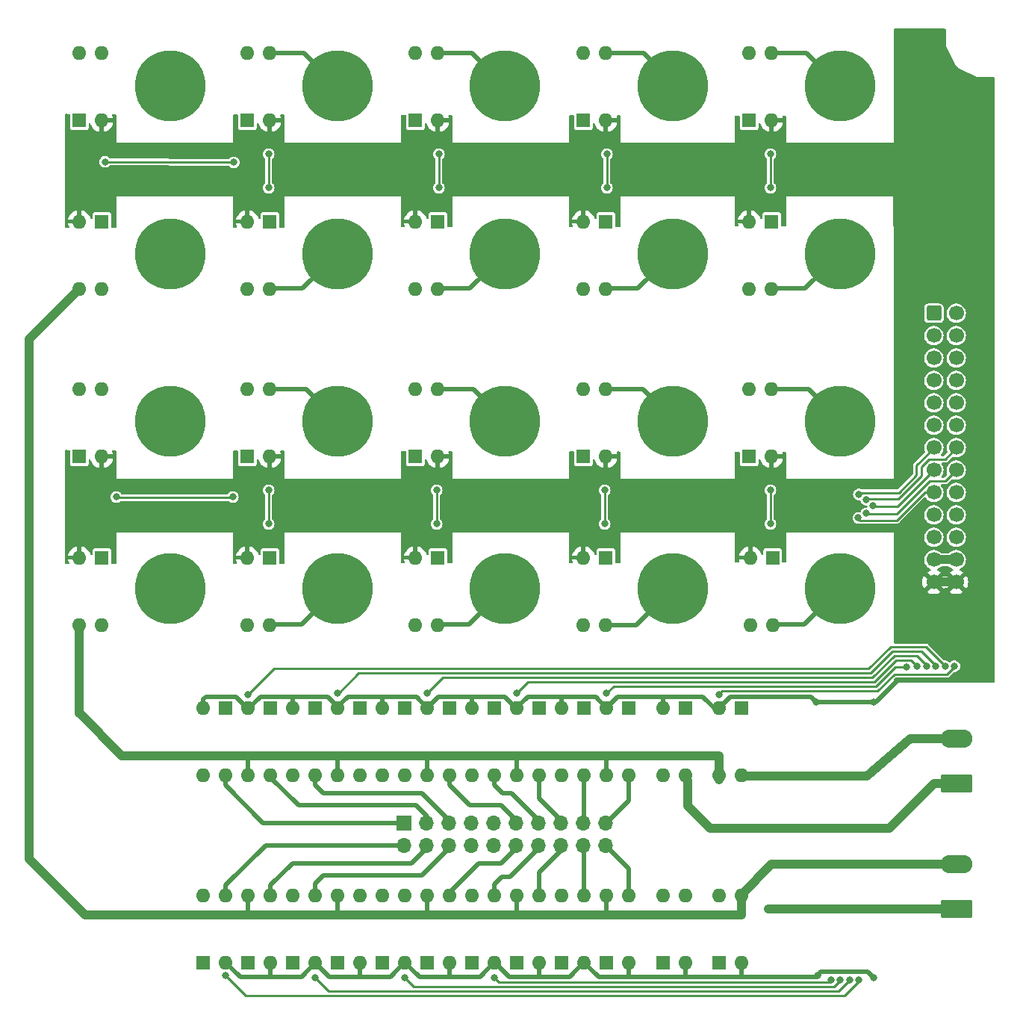
<source format=gbr>
%TF.GenerationSoftware,KiCad,Pcbnew,7.0.2-0*%
%TF.CreationDate,2023-06-06T22:37:24+02:00*%
%TF.ProjectId,scan2000_breakout,7363616e-3230-4303-905f-627265616b6f,rev?*%
%TF.SameCoordinates,Original*%
%TF.FileFunction,Copper,L2,Bot*%
%TF.FilePolarity,Positive*%
%FSLAX46Y46*%
G04 Gerber Fmt 4.6, Leading zero omitted, Abs format (unit mm)*
G04 Created by KiCad (PCBNEW 7.0.2-0) date 2023-06-06 22:37:24*
%MOMM*%
%LPD*%
G01*
G04 APERTURE LIST*
G04 Aperture macros list*
%AMRoundRect*
0 Rectangle with rounded corners*
0 $1 Rounding radius*
0 $2 $3 $4 $5 $6 $7 $8 $9 X,Y pos of 4 corners*
0 Add a 4 corners polygon primitive as box body*
4,1,4,$2,$3,$4,$5,$6,$7,$8,$9,$2,$3,0*
0 Add four circle primitives for the rounded corners*
1,1,$1+$1,$2,$3*
1,1,$1+$1,$4,$5*
1,1,$1+$1,$6,$7*
1,1,$1+$1,$8,$9*
0 Add four rect primitives between the rounded corners*
20,1,$1+$1,$2,$3,$4,$5,0*
20,1,$1+$1,$4,$5,$6,$7,0*
20,1,$1+$1,$6,$7,$8,$9,0*
20,1,$1+$1,$8,$9,$2,$3,0*%
G04 Aperture macros list end*
%TA.AperFunction,ComponentPad*%
%ADD10C,1.524000*%
%TD*%
%TA.AperFunction,ComponentPad*%
%ADD11C,8.000000*%
%TD*%
%TA.AperFunction,ComponentPad*%
%ADD12R,1.600000X1.600000*%
%TD*%
%TA.AperFunction,ComponentPad*%
%ADD13O,1.600000X1.600000*%
%TD*%
%TA.AperFunction,ComponentPad*%
%ADD14RoundRect,0.249999X1.550001X-0.790001X1.550001X0.790001X-1.550001X0.790001X-1.550001X-0.790001X0*%
%TD*%
%TA.AperFunction,ComponentPad*%
%ADD15O,3.600000X2.080000*%
%TD*%
%TA.AperFunction,ComponentPad*%
%ADD16RoundRect,0.250000X-0.600000X-0.600000X0.600000X-0.600000X0.600000X0.600000X-0.600000X0.600000X0*%
%TD*%
%TA.AperFunction,ComponentPad*%
%ADD17C,1.700000*%
%TD*%
%TA.AperFunction,ComponentPad*%
%ADD18R,1.700000X1.700000*%
%TD*%
%TA.AperFunction,ComponentPad*%
%ADD19O,1.700000X1.700000*%
%TD*%
%TA.AperFunction,ViaPad*%
%ADD20C,0.800000*%
%TD*%
%TA.AperFunction,Conductor*%
%ADD21C,0.500000*%
%TD*%
%TA.AperFunction,Conductor*%
%ADD22C,0.250000*%
%TD*%
%TA.AperFunction,Conductor*%
%ADD23C,1.000000*%
%TD*%
G04 APERTURE END LIST*
D10*
%TO.P,J10,1,Pin_1*%
%TO.N,/CH5_LOW*%
X129800000Y-57000000D03*
X133000000Y-53800000D03*
D11*
X133000000Y-57000000D03*
D10*
X133000000Y-60200000D03*
X136200000Y-57000000D03*
%TD*%
D12*
%TO.P,U3,1*%
%TO.N,Net-(R4-Pad1)*%
X46725000Y-41900000D03*
D13*
%TO.P,U3,2*%
%TO.N,GND*%
X49265000Y-41900000D03*
%TO.P,U3,3*%
%TO.N,Net-(R1-Pad2)*%
X49265000Y-34280000D03*
%TO.P,U3,4*%
%TO.N,/Out_HIGH*%
X46725000Y-34280000D03*
%TD*%
D10*
%TO.P,J9,1,Pin_1*%
%TO.N,/CH5_HIGH*%
X129800000Y-38000000D03*
X133000000Y-34800000D03*
D11*
X133000000Y-38000000D03*
D10*
X133000000Y-41200000D03*
X136200000Y-38000000D03*
%TD*%
D14*
%TO.P,J23,1,Pin_1*%
%TO.N,/Out_HIGH*%
X146212500Y-131310000D03*
D15*
%TO.P,J23,2,Pin_2*%
%TO.N,/Out_LOW*%
X146212500Y-126230000D03*
%TD*%
D12*
%TO.P,U1,1*%
%TO.N,Net-(R2-Pad1)*%
X112901000Y-137340000D03*
D13*
%TO.P,U1,2*%
%TO.N,GND*%
X115441000Y-137340000D03*
%TO.P,U1,3*%
%TO.N,/Out_HIGH*%
X115441000Y-129720000D03*
%TO.P,U1,4*%
%TO.N,/Bus_HIGH*%
X112901000Y-129720000D03*
%TD*%
D12*
%TO.P,U8,1*%
%TO.N,Net-(R9-Pad1)*%
X87381000Y-53350000D03*
D13*
%TO.P,U8,2*%
%TO.N,GND*%
X84841000Y-53350000D03*
%TO.P,U8,3*%
%TO.N,/Out_LOW*%
X84841000Y-60970000D03*
%TO.P,U8,4*%
%TO.N,/CH3_LOW*%
X87381000Y-60970000D03*
%TD*%
D10*
%TO.P,J12,1,Pin_1*%
%TO.N,/CH11_LOW*%
X53800000Y-95000000D03*
X57000000Y-91800000D03*
D11*
X57000000Y-95000000D03*
D10*
X57000000Y-98200000D03*
X60200000Y-95000000D03*
%TD*%
D14*
%TO.P,J24,1,Pin_1*%
%TO.N,/Sense_HIGH*%
X146212500Y-117100000D03*
D15*
%TO.P,J24,2,Pin_2*%
%TO.N,/Sense_LOW*%
X146212500Y-112020000D03*
%TD*%
D10*
%TO.P,J13,1,Pin_1*%
%TO.N,/CH12_HIGH*%
X72800000Y-76000000D03*
X76000000Y-72800000D03*
D11*
X76000000Y-76000000D03*
D10*
X76000000Y-79200000D03*
X79200000Y-76000000D03*
%TD*%
D12*
%TO.P,U22,1*%
%TO.N,Net-(R24-Pad1)*%
X106505200Y-137340000D03*
D13*
%TO.P,U22,2*%
%TO.N,GND*%
X109045200Y-137340000D03*
%TO.P,U22,3*%
%TO.N,/CH10_LOW*%
X109045200Y-129720000D03*
%TO.P,U22,4*%
%TO.N,/Out_LOW*%
X106505200Y-129720000D03*
%TD*%
D10*
%TO.P,J7,1,Pin_1*%
%TO.N,/CH4_HIGH*%
X110800000Y-38000000D03*
X114000000Y-34800000D03*
D11*
X114000000Y-38000000D03*
D10*
X114000000Y-41200000D03*
X117200000Y-38000000D03*
%TD*%
D12*
%TO.P,U35,1*%
%TO.N,Net-(R39-Pad1)*%
X63325200Y-108514800D03*
D13*
%TO.P,U35,2*%
%TO.N,GND*%
X60785200Y-108514800D03*
%TO.P,U35,3*%
%TO.N,/Bus_HIGH*%
X60785200Y-116134800D03*
%TO.P,U35,4*%
%TO.N,/CH16_HIGH*%
X63325200Y-116134800D03*
%TD*%
D12*
%TO.P,U29,1*%
%TO.N,Net-(R32-Pad1)*%
X84831000Y-80000000D03*
D13*
%TO.P,U29,2*%
%TO.N,GND*%
X87371000Y-80000000D03*
%TO.P,U29,3*%
%TO.N,/CH13_HIGH*%
X87371000Y-72380000D03*
%TO.P,U29,4*%
%TO.N,/Bus_HIGH*%
X84831000Y-72380000D03*
%TD*%
D12*
%TO.P,U9,1*%
%TO.N,Net-(R10-Pad1)*%
X103881000Y-41900000D03*
D13*
%TO.P,U9,2*%
%TO.N,GND*%
X106421000Y-41900000D03*
%TO.P,U9,3*%
%TO.N,/CH4_HIGH*%
X106421000Y-34280000D03*
%TO.P,U9,4*%
%TO.N,/Out_HIGH*%
X103881000Y-34280000D03*
%TD*%
D12*
%TO.P,U42,1*%
%TO.N,Net-(R46-Pad1)*%
X98885200Y-108514800D03*
D13*
%TO.P,U42,2*%
%TO.N,GND*%
X96345200Y-108514800D03*
%TO.P,U42,3*%
%TO.N,/Bus_LOW*%
X96345200Y-116134800D03*
%TO.P,U42,4*%
%TO.N,/CH19_LOW*%
X98885200Y-116134800D03*
%TD*%
D12*
%TO.P,U31,1*%
%TO.N,Net-(R34-Pad1)*%
X103881000Y-80000000D03*
D13*
%TO.P,U31,2*%
%TO.N,GND*%
X106421000Y-80000000D03*
%TO.P,U31,3*%
%TO.N,/CH14_HIGH*%
X106421000Y-72380000D03*
%TO.P,U31,4*%
%TO.N,/Bus_HIGH*%
X103881000Y-72380000D03*
%TD*%
D12*
%TO.P,U17,1*%
%TO.N,Net-(R19-Pad1)*%
X81105200Y-137340000D03*
D13*
%TO.P,U17,2*%
%TO.N,GND*%
X83645200Y-137340000D03*
%TO.P,U17,3*%
%TO.N,/CH8_HIGH*%
X83645200Y-129720000D03*
%TO.P,U17,4*%
%TO.N,/Out_HIGH*%
X81105200Y-129720000D03*
%TD*%
D12*
%TO.P,U44,1*%
%TO.N,Net-(R48-Pad1)*%
X109045200Y-108514800D03*
D13*
%TO.P,U44,2*%
%TO.N,GND*%
X106505200Y-108514800D03*
%TO.P,U44,3*%
%TO.N,/Bus_LOW*%
X106505200Y-116134800D03*
%TO.P,U44,4*%
%TO.N,/CH20_LOW*%
X109045200Y-116134800D03*
%TD*%
D12*
%TO.P,U38,1*%
%TO.N,Net-(R42-Pad1)*%
X78565200Y-108514800D03*
D13*
%TO.P,U38,2*%
%TO.N,GND*%
X76025200Y-108514800D03*
%TO.P,U38,3*%
%TO.N,/Bus_LOW*%
X76025200Y-116134800D03*
%TO.P,U38,4*%
%TO.N,/CH17_LOW*%
X78565200Y-116134800D03*
%TD*%
D10*
%TO.P,J1,1,Pin_1*%
%TO.N,/CH1_HIGH*%
X53800000Y-38000000D03*
X57000000Y-34800000D03*
D11*
X57000000Y-38000000D03*
D10*
X57000000Y-41200000D03*
X60200000Y-38000000D03*
%TD*%
%TO.P,J6,1,Pin_1*%
%TO.N,/CH3_LOW*%
X91800000Y-57000000D03*
X95000000Y-53800000D03*
D11*
X95000000Y-57000000D03*
D10*
X95000000Y-60200000D03*
X98200000Y-57000000D03*
%TD*%
D12*
%TO.P,U41,1*%
%TO.N,Net-(R45-Pad1)*%
X93805200Y-108514800D03*
D13*
%TO.P,U41,2*%
%TO.N,GND*%
X91265200Y-108514800D03*
%TO.P,U41,3*%
%TO.N,/Bus_HIGH*%
X91265200Y-116134800D03*
%TO.P,U41,4*%
%TO.N,/CH19_HIGH*%
X93805200Y-116134800D03*
%TD*%
D12*
%TO.P,U43,1*%
%TO.N,Net-(R47-Pad1)*%
X103965200Y-108514800D03*
D13*
%TO.P,U43,2*%
%TO.N,GND*%
X101425200Y-108514800D03*
%TO.P,U43,3*%
%TO.N,/Bus_HIGH*%
X101425200Y-116134800D03*
%TO.P,U43,4*%
%TO.N,/CH20_HIGH*%
X103965200Y-116134800D03*
%TD*%
D12*
%TO.P,U40,1*%
%TO.N,Net-(R44-Pad1)*%
X88725200Y-108514800D03*
D13*
%TO.P,U40,2*%
%TO.N,GND*%
X86185200Y-108514800D03*
%TO.P,U40,3*%
%TO.N,/Bus_LOW*%
X86185200Y-116134800D03*
%TO.P,U40,4*%
%TO.N,/CH18_LOW*%
X88725200Y-116134800D03*
%TD*%
D10*
%TO.P,J11,1,Pin_1*%
%TO.N,/CH11_HIGH*%
X53800000Y-76000000D03*
X57000000Y-72800000D03*
D11*
X57000000Y-76000000D03*
D10*
X57000000Y-79200000D03*
X60200000Y-76000000D03*
%TD*%
D12*
%TO.P,U6,1*%
%TO.N,Net-(R7-Pad1)*%
X68331000Y-53350000D03*
D13*
%TO.P,U6,2*%
%TO.N,GND*%
X65791000Y-53350000D03*
%TO.P,U6,3*%
%TO.N,/Out_LOW*%
X65791000Y-60970000D03*
%TO.P,U6,4*%
%TO.N,/CH2_LOW*%
X68331000Y-60970000D03*
%TD*%
D10*
%TO.P,J18,1,Pin_1*%
%TO.N,/CH14_LOW*%
X110800000Y-95000000D03*
X114000000Y-91800000D03*
D11*
X114000000Y-95000000D03*
D10*
X114000000Y-98200000D03*
X117200000Y-95000000D03*
%TD*%
D12*
%TO.P,U11,1*%
%TO.N,Net-(R12-Pad1)*%
X122677000Y-41900000D03*
D13*
%TO.P,U11,2*%
%TO.N,GND*%
X125217000Y-41900000D03*
%TO.P,U11,3*%
%TO.N,/CH5_HIGH*%
X125217000Y-34280000D03*
%TO.P,U11,4*%
%TO.N,/Out_HIGH*%
X122677000Y-34280000D03*
%TD*%
D12*
%TO.P,U7,1*%
%TO.N,Net-(R8-Pad1)*%
X84831000Y-41900000D03*
D13*
%TO.P,U7,2*%
%TO.N,GND*%
X87371000Y-41900000D03*
%TO.P,U7,3*%
%TO.N,/CH3_HIGH*%
X87371000Y-34280000D03*
%TO.P,U7,4*%
%TO.N,/Out_HIGH*%
X84831000Y-34280000D03*
%TD*%
D12*
%TO.P,U27,1*%
%TO.N,Net-(R30-Pad1)*%
X65781000Y-80000000D03*
D13*
%TO.P,U27,2*%
%TO.N,GND*%
X68321000Y-80000000D03*
%TO.P,U27,3*%
%TO.N,/CH12_HIGH*%
X68321000Y-72380000D03*
%TO.P,U27,4*%
%TO.N,/Bus_HIGH*%
X65781000Y-72380000D03*
%TD*%
D12*
%TO.P,U18,1*%
%TO.N,Net-(R20-Pad1)*%
X86185200Y-137340000D03*
D13*
%TO.P,U18,2*%
%TO.N,GND*%
X88725200Y-137340000D03*
%TO.P,U18,3*%
%TO.N,/CH8_LOW*%
X88725200Y-129720000D03*
%TO.P,U18,4*%
%TO.N,/Out_LOW*%
X86185200Y-129720000D03*
%TD*%
D10*
%TO.P,J15,1,Pin_1*%
%TO.N,/CH13_HIGH*%
X91800000Y-76000000D03*
X95000000Y-72800000D03*
D11*
X95000000Y-76000000D03*
D10*
X95000000Y-79200000D03*
X98200000Y-76000000D03*
%TD*%
D12*
%TO.P,U25,1*%
%TO.N,Net-(R28-Pad1)*%
X46725000Y-80000000D03*
D13*
%TO.P,U25,2*%
%TO.N,GND*%
X49265000Y-80000000D03*
%TO.P,U25,3*%
%TO.N,Net-(R14-Pad2)*%
X49265000Y-72380000D03*
%TO.P,U25,4*%
%TO.N,/Bus_HIGH*%
X46725000Y-72380000D03*
%TD*%
D12*
%TO.P,U26,1*%
%TO.N,Net-(R29-Pad1)*%
X49275000Y-91450000D03*
D13*
%TO.P,U26,2*%
%TO.N,GND*%
X46735000Y-91450000D03*
%TO.P,U26,3*%
%TO.N,/Bus_LOW*%
X46735000Y-99070000D03*
%TO.P,U26,4*%
%TO.N,Net-(R14-Pad3)*%
X49275000Y-99070000D03*
%TD*%
D12*
%TO.P,U12,1*%
%TO.N,Net-(R13-Pad1)*%
X125227000Y-53350000D03*
D13*
%TO.P,U12,2*%
%TO.N,GND*%
X122687000Y-53350000D03*
%TO.P,U12,3*%
%TO.N,/Out_LOW*%
X122687000Y-60970000D03*
%TO.P,U12,4*%
%TO.N,/CH5_LOW*%
X125227000Y-60970000D03*
%TD*%
D10*
%TO.P,J2,1,Pin_1*%
%TO.N,/CH1_LOW*%
X53800000Y-57000000D03*
X57000000Y-53800000D03*
D11*
X57000000Y-57000000D03*
D10*
X57000000Y-60200000D03*
X60200000Y-57000000D03*
%TD*%
D16*
%TO.P,J21,1,Pin_1*%
%TO.N,/CH10*%
X143622415Y-63760000D03*
D17*
%TO.P,J21,2,Pin_2*%
%TO.N,/CH9*%
X146162415Y-63760000D03*
%TO.P,J21,3,Pin_3*%
%TO.N,/CH8*%
X143622415Y-66300000D03*
%TO.P,J21,4,Pin_4*%
%TO.N,/CH7*%
X146162415Y-66300000D03*
%TO.P,J21,5,Pin_5*%
%TO.N,/CH6*%
X143622415Y-68840000D03*
%TO.P,J21,6,Pin_6*%
%TO.N,/CH5*%
X146162415Y-68840000D03*
%TO.P,J21,7,Pin_7*%
%TO.N,/CH4*%
X143622415Y-71380000D03*
%TO.P,J21,8,Pin_8*%
%TO.N,/CH3*%
X146162415Y-71380000D03*
%TO.P,J21,9,Pin_9*%
%TO.N,/CH2*%
X143622415Y-73920000D03*
%TO.P,J21,10,Pin_10*%
%TO.N,/CH1*%
X146162415Y-73920000D03*
%TO.P,J21,11,Pin_11*%
%TO.N,/Bus2_input_enable*%
X143622415Y-76460000D03*
%TO.P,J21,12,Pin_12*%
%TO.N,/Bus2_sense_enable*%
X146162415Y-76460000D03*
%TO.P,J21,13,Pin_13*%
%TO.N,/CH11*%
X143622415Y-79000000D03*
%TO.P,J21,14,Pin_14*%
%TO.N,/CH12*%
X146162415Y-79000000D03*
%TO.P,J21,15,Pin_15*%
%TO.N,/CH13*%
X143622415Y-81540000D03*
%TO.P,J21,16,Pin_16*%
%TO.N,/CH14*%
X146162415Y-81540000D03*
%TO.P,J21,17,Pin_17*%
%TO.N,/CH15*%
X143622415Y-84080000D03*
%TO.P,J21,18,Pin_18*%
%TO.N,/CH16*%
X146162415Y-84080000D03*
%TO.P,J21,19,Pin_19*%
%TO.N,/CH17*%
X143622415Y-86620000D03*
%TO.P,J21,20,Pin_20*%
%TO.N,/CH18*%
X146162415Y-86620000D03*
%TO.P,J21,21,Pin_21*%
%TO.N,/CH19*%
X143622415Y-89160000D03*
%TO.P,J21,22,Pin_22*%
%TO.N,/CH20*%
X146162415Y-89160000D03*
%TO.P,J21,23,Pin_23*%
%TO.N,+3.3V*%
X143622415Y-91700000D03*
%TO.P,J21,24,Pin_24*%
X146162415Y-91700000D03*
%TO.P,J21,25,Pin_25*%
%TO.N,GND*%
X143622415Y-94240000D03*
%TO.P,J21,26,Pin_26*%
X146162415Y-94240000D03*
%TD*%
D12*
%TO.P,U5,1*%
%TO.N,Net-(R6-Pad1)*%
X65781000Y-41900000D03*
D13*
%TO.P,U5,2*%
%TO.N,GND*%
X68321000Y-41900000D03*
%TO.P,U5,3*%
%TO.N,/CH2_HIGH*%
X68321000Y-34280000D03*
%TO.P,U5,4*%
%TO.N,/Out_HIGH*%
X65781000Y-34280000D03*
%TD*%
D12*
%TO.P,U33,1*%
%TO.N,Net-(R36-Pad1)*%
X122677000Y-80000000D03*
D13*
%TO.P,U33,2*%
%TO.N,GND*%
X125217000Y-80000000D03*
%TO.P,U33,3*%
%TO.N,/CH15_HIGH*%
X125217000Y-72380000D03*
%TO.P,U33,4*%
%TO.N,/Bus_HIGH*%
X122677000Y-72380000D03*
%TD*%
D12*
%TO.P,U28,1*%
%TO.N,Net-(R31-Pad1)*%
X68331000Y-91450000D03*
D13*
%TO.P,U28,2*%
%TO.N,GND*%
X65791000Y-91450000D03*
%TO.P,U28,3*%
%TO.N,/Bus_LOW*%
X65791000Y-99070000D03*
%TO.P,U28,4*%
%TO.N,/CH12_LOW*%
X68331000Y-99070000D03*
%TD*%
D12*
%TO.P,U21,1*%
%TO.N,Net-(R23-Pad1)*%
X101425200Y-137340000D03*
D13*
%TO.P,U21,2*%
%TO.N,GND*%
X103965200Y-137340000D03*
%TO.P,U21,3*%
%TO.N,/CH10_HIGH*%
X103965200Y-129720000D03*
%TO.P,U21,4*%
%TO.N,/Out_HIGH*%
X101425200Y-129720000D03*
%TD*%
D12*
%TO.P,U10,1*%
%TO.N,Net-(R11-Pad1)*%
X106431000Y-53350000D03*
D13*
%TO.P,U10,2*%
%TO.N,GND*%
X103891000Y-53350000D03*
%TO.P,U10,3*%
%TO.N,/Out_LOW*%
X103891000Y-60970000D03*
%TO.P,U10,4*%
%TO.N,/CH4_LOW*%
X106431000Y-60970000D03*
%TD*%
D12*
%TO.P,U13,1*%
%TO.N,Net-(R15-Pad1)*%
X60785200Y-137340000D03*
D13*
%TO.P,U13,2*%
%TO.N,GND*%
X63325200Y-137340000D03*
%TO.P,U13,3*%
%TO.N,/CH6_HIGH*%
X63325200Y-129720000D03*
%TO.P,U13,4*%
%TO.N,/Out_HIGH*%
X60785200Y-129720000D03*
%TD*%
D12*
%TO.P,U39,1*%
%TO.N,Net-(R43-Pad1)*%
X83645200Y-108514800D03*
D13*
%TO.P,U39,2*%
%TO.N,GND*%
X81105200Y-108514800D03*
%TO.P,U39,3*%
%TO.N,/Bus_HIGH*%
X81105200Y-116134800D03*
%TO.P,U39,4*%
%TO.N,/CH18_HIGH*%
X83645200Y-116134800D03*
%TD*%
D12*
%TO.P,U16,1*%
%TO.N,Net-(R18-Pad1)*%
X76025200Y-137340000D03*
D13*
%TO.P,U16,2*%
%TO.N,GND*%
X78565200Y-137340000D03*
%TO.P,U16,3*%
%TO.N,/CH7_LOW*%
X78565200Y-129720000D03*
%TO.P,U16,4*%
%TO.N,/Out_LOW*%
X76025200Y-129720000D03*
%TD*%
D12*
%TO.P,U34,1*%
%TO.N,Net-(R37-Pad1)*%
X125354000Y-91450000D03*
D13*
%TO.P,U34,2*%
%TO.N,GND*%
X122814000Y-91450000D03*
%TO.P,U34,3*%
%TO.N,/Bus_LOW*%
X122814000Y-99070000D03*
%TO.P,U34,4*%
%TO.N,/CH15_LOW*%
X125354000Y-99070000D03*
%TD*%
D12*
%TO.P,U4,1*%
%TO.N,Net-(R5-Pad1)*%
X49275000Y-53350000D03*
D13*
%TO.P,U4,2*%
%TO.N,GND*%
X46735000Y-53350000D03*
%TO.P,U4,3*%
%TO.N,/Out_LOW*%
X46735000Y-60970000D03*
%TO.P,U4,4*%
%TO.N,Net-(R1-Pad3)*%
X49275000Y-60970000D03*
%TD*%
D10*
%TO.P,J3,1,Pin_1*%
%TO.N,/CH2_HIGH*%
X72800000Y-38000000D03*
X76000000Y-34800000D03*
D11*
X76000000Y-38000000D03*
D10*
X76000000Y-41200000D03*
X79200000Y-38000000D03*
%TD*%
D12*
%TO.P,U36,1*%
%TO.N,Net-(R40-Pad1)*%
X68405200Y-108514800D03*
D13*
%TO.P,U36,2*%
%TO.N,GND*%
X65865200Y-108514800D03*
%TO.P,U36,3*%
%TO.N,/Bus_LOW*%
X65865200Y-116134800D03*
%TO.P,U36,4*%
%TO.N,/CH16_LOW*%
X68405200Y-116134800D03*
%TD*%
D12*
%TO.P,U24,1*%
%TO.N,Net-(R27-Pad1)*%
X121796000Y-108514800D03*
D13*
%TO.P,U24,2*%
%TO.N,GND*%
X119256000Y-108514800D03*
%TO.P,U24,3*%
%TO.N,/Bus_LOW*%
X119256000Y-116134800D03*
%TO.P,U24,4*%
%TO.N,/Sense_LOW*%
X121796000Y-116134800D03*
%TD*%
D10*
%TO.P,J5,1,Pin_1*%
%TO.N,/CH3_HIGH*%
X91800000Y-38000000D03*
X95000000Y-34800000D03*
D11*
X95000000Y-38000000D03*
D10*
X95000000Y-41200000D03*
X98200000Y-38000000D03*
%TD*%
D12*
%TO.P,U32,1*%
%TO.N,Net-(R35-Pad1)*%
X106431000Y-91450000D03*
D13*
%TO.P,U32,2*%
%TO.N,GND*%
X103891000Y-91450000D03*
%TO.P,U32,3*%
%TO.N,/Bus_LOW*%
X103891000Y-99070000D03*
%TO.P,U32,4*%
%TO.N,/CH14_LOW*%
X106431000Y-99070000D03*
%TD*%
D10*
%TO.P,J17,1,Pin_1*%
%TO.N,/CH14_HIGH*%
X110800000Y-76000000D03*
X114000000Y-72800000D03*
D11*
X114000000Y-76000000D03*
D10*
X114000000Y-79200000D03*
X117200000Y-76000000D03*
%TD*%
%TO.P,J20,1,Pin_1*%
%TO.N,/CH15_LOW*%
X129800000Y-95000000D03*
X133000000Y-91800000D03*
D11*
X133000000Y-95000000D03*
D10*
X133000000Y-98200000D03*
X136200000Y-95000000D03*
%TD*%
D12*
%TO.P,U19,1*%
%TO.N,Net-(R21-Pad1)*%
X91265200Y-137340000D03*
D13*
%TO.P,U19,2*%
%TO.N,GND*%
X93805200Y-137340000D03*
%TO.P,U19,3*%
%TO.N,/CH9_HIGH*%
X93805200Y-129720000D03*
%TO.P,U19,4*%
%TO.N,/Out_HIGH*%
X91265200Y-129720000D03*
%TD*%
D10*
%TO.P,J19,1,Pin_1*%
%TO.N,/CH15_HIGH*%
X129800000Y-76000000D03*
X133000000Y-72800000D03*
D11*
X133000000Y-76000000D03*
D10*
X133000000Y-79200000D03*
X136200000Y-76000000D03*
%TD*%
%TO.P,J8,1,Pin_1*%
%TO.N,/CH4_LOW*%
X110800000Y-57000000D03*
X114000000Y-53800000D03*
D11*
X114000000Y-57000000D03*
D10*
X114000000Y-60200000D03*
X117200000Y-57000000D03*
%TD*%
%TO.P,J14,1,Pin_1*%
%TO.N,/CH12_LOW*%
X72800000Y-95000000D03*
X76000000Y-91800000D03*
D11*
X76000000Y-95000000D03*
D10*
X76000000Y-98200000D03*
X79200000Y-95000000D03*
%TD*%
D12*
%TO.P,U14,1*%
%TO.N,Net-(R16-Pad1)*%
X65865200Y-137340000D03*
D13*
%TO.P,U14,2*%
%TO.N,GND*%
X68405200Y-137340000D03*
%TO.P,U14,3*%
%TO.N,/CH6_LOW*%
X68405200Y-129720000D03*
%TO.P,U14,4*%
%TO.N,/Out_LOW*%
X65865200Y-129720000D03*
%TD*%
D12*
%TO.P,U2,1*%
%TO.N,Net-(R3-Pad1)*%
X119251000Y-137340000D03*
D13*
%TO.P,U2,2*%
%TO.N,GND*%
X121791000Y-137340000D03*
%TO.P,U2,3*%
%TO.N,/Out_LOW*%
X121791000Y-129720000D03*
%TO.P,U2,4*%
%TO.N,/Bus_LOW*%
X119251000Y-129720000D03*
%TD*%
D12*
%TO.P,U15,1*%
%TO.N,Net-(R17-Pad1)*%
X70945200Y-137340000D03*
D13*
%TO.P,U15,2*%
%TO.N,GND*%
X73485200Y-137340000D03*
%TO.P,U15,3*%
%TO.N,/CH7_HIGH*%
X73485200Y-129720000D03*
%TO.P,U15,4*%
%TO.N,/Out_HIGH*%
X70945200Y-129720000D03*
%TD*%
D10*
%TO.P,J4,1,Pin_1*%
%TO.N,/CH2_LOW*%
X72800000Y-57000000D03*
X76000000Y-53800000D03*
D11*
X76000000Y-57000000D03*
D10*
X76000000Y-60200000D03*
X79200000Y-57000000D03*
%TD*%
D18*
%TO.P,J22,1,Pin_1*%
%TO.N,/CH16_HIGH*%
X83573600Y-121550400D03*
D19*
%TO.P,J22,2,Pin_2*%
%TO.N,/CH6_HIGH*%
X83573600Y-124090400D03*
%TO.P,J22,3,Pin_3*%
%TO.N,/CH16_LOW*%
X86113600Y-121550400D03*
%TO.P,J22,4,Pin_4*%
%TO.N,/CH6_LOW*%
X86113600Y-124090400D03*
%TO.P,J22,5,Pin_5*%
%TO.N,/CH17_HIGH*%
X88653600Y-121550400D03*
%TO.P,J22,6,Pin_6*%
%TO.N,/CH7_HIGH*%
X88653600Y-124090400D03*
%TO.P,J22,7,Pin_7*%
%TO.N,/CH17_LOW*%
X91193600Y-121550400D03*
%TO.P,J22,8,Pin_8*%
%TO.N,/CH7_LOW*%
X91193600Y-124090400D03*
%TO.P,J22,9,Pin_9*%
%TO.N,/CH18_HIGH*%
X93733600Y-121550400D03*
%TO.P,J22,10,Pin_10*%
%TO.N,/CH8_HIGH*%
X93733600Y-124090400D03*
%TO.P,J22,11,Pin_11*%
%TO.N,/CH18_LOW*%
X96273600Y-121550400D03*
%TO.P,J22,12,Pin_12*%
%TO.N,/CH8_LOW*%
X96273600Y-124090400D03*
%TO.P,J22,13,Pin_13*%
%TO.N,/CH19_HIGH*%
X98813600Y-121550400D03*
%TO.P,J22,14,Pin_14*%
%TO.N,/CH9_HIGH*%
X98813600Y-124090400D03*
%TO.P,J22,15,Pin_15*%
%TO.N,/CH19_LOW*%
X101353600Y-121550400D03*
%TO.P,J22,16,Pin_16*%
%TO.N,/CH9_LOW*%
X101353600Y-124090400D03*
%TO.P,J22,17,Pin_17*%
%TO.N,/CH20_HIGH*%
X103893600Y-121550400D03*
%TO.P,J22,18,Pin_18*%
%TO.N,/CH10_HIGH*%
X103893600Y-124090400D03*
%TO.P,J22,19,Pin_19*%
%TO.N,/CH20_LOW*%
X106433600Y-121550400D03*
%TO.P,J22,20,Pin_20*%
%TO.N,/CH10_LOW*%
X106433600Y-124090400D03*
%TD*%
D12*
%TO.P,U37,1*%
%TO.N,Net-(R41-Pad1)*%
X73485200Y-108514800D03*
D13*
%TO.P,U37,2*%
%TO.N,GND*%
X70945200Y-108514800D03*
%TO.P,U37,3*%
%TO.N,/Bus_HIGH*%
X70945200Y-116134800D03*
%TO.P,U37,4*%
%TO.N,/CH17_HIGH*%
X73485200Y-116134800D03*
%TD*%
D12*
%TO.P,U20,1*%
%TO.N,Net-(R22-Pad1)*%
X96345200Y-137340000D03*
D13*
%TO.P,U20,2*%
%TO.N,GND*%
X98885200Y-137340000D03*
%TO.P,U20,3*%
%TO.N,/CH9_LOW*%
X98885200Y-129720000D03*
%TO.P,U20,4*%
%TO.N,/Out_LOW*%
X96345200Y-129720000D03*
%TD*%
D12*
%TO.P,U23,1*%
%TO.N,Net-(R26-Pad1)*%
X115446000Y-108514800D03*
D13*
%TO.P,U23,2*%
%TO.N,GND*%
X112906000Y-108514800D03*
%TO.P,U23,3*%
%TO.N,/Bus_HIGH*%
X112906000Y-116134800D03*
%TO.P,U23,4*%
%TO.N,/Sense_HIGH*%
X115446000Y-116134800D03*
%TD*%
D10*
%TO.P,J16,1,Pin_1*%
%TO.N,/CH13_LOW*%
X91800000Y-95000000D03*
X95000000Y-91800000D03*
D11*
X95000000Y-95000000D03*
D10*
X95000000Y-98200000D03*
X98200000Y-95000000D03*
%TD*%
D12*
%TO.P,U30,1*%
%TO.N,Net-(R33-Pad1)*%
X87381000Y-91450000D03*
D13*
%TO.P,U30,2*%
%TO.N,GND*%
X84841000Y-91450000D03*
%TO.P,U30,3*%
%TO.N,/Bus_LOW*%
X84841000Y-99070000D03*
%TO.P,U30,4*%
%TO.N,/CH13_LOW*%
X87381000Y-99070000D03*
%TD*%
D20*
%TO.N,/CH9*%
X131968500Y-139326500D03*
X93820200Y-139103000D03*
%TO.N,/CH8*%
X133018001Y-139324931D03*
X83660200Y-139103000D03*
%TO.N,/CH7*%
X134067503Y-139325006D03*
X73500200Y-139103000D03*
%TO.N,/CH6*%
X135117005Y-139324998D03*
X63340200Y-138849000D03*
%TO.N,/CH5*%
X125098000Y-45726000D03*
X125098000Y-49536000D03*
%TO.N,/CH4*%
X106556000Y-45726000D03*
X106556000Y-49536000D03*
%TO.N,/CH3*%
X87506000Y-49536000D03*
X87506000Y-45726000D03*
%TO.N,/CH2*%
X68202000Y-49536000D03*
X68202000Y-45726000D03*
%TO.N,/CH1*%
X49660000Y-46589600D03*
X64239600Y-46640400D03*
%TO.N,/Bus2_sense_enable*%
X145941918Y-103765000D03*
X119256000Y-106969200D03*
%TO.N,/CH11*%
X64138000Y-84588000D03*
X50930000Y-84588000D03*
X135106889Y-84282769D03*
%TO.N,/CH12*%
X68202000Y-87636000D03*
X68202000Y-83826000D03*
X135965612Y-84886135D03*
%TO.N,/CH13*%
X87252000Y-83826000D03*
X87252000Y-87636000D03*
X136731200Y-85604000D03*
%TO.N,/CH14*%
X106302000Y-87636000D03*
X106302000Y-83826000D03*
X135969200Y-86438500D03*
%TO.N,/CH15*%
X135054717Y-86953453D03*
X125098000Y-87636000D03*
X125098000Y-83826000D03*
%TO.N,/CH16*%
X144892415Y-103765000D03*
X65880200Y-106975800D03*
%TO.N,/CH17*%
X76040200Y-106848800D03*
X143816421Y-103765000D03*
%TO.N,/CH18*%
X86200200Y-106848800D03*
X142766918Y-103765000D03*
%TO.N,/CH19*%
X141717415Y-103765000D03*
X96360200Y-106848800D03*
%TO.N,/CH20*%
X106520200Y-106848800D03*
X140523123Y-103840708D03*
%TO.N,GND*%
X130419500Y-138826500D03*
X136794500Y-139105200D03*
X130305000Y-107829000D03*
X136794500Y-107829000D03*
%TO.N,/Out_HIGH*%
X124844000Y-131324000D03*
%TD*%
D21*
%TO.N,/CH2_HIGH*%
X72199200Y-34280000D02*
X76076000Y-38156800D01*
X68321000Y-34280000D02*
X72199200Y-34280000D01*
%TO.N,/CH2_LOW*%
X76000000Y-57000000D02*
X72034000Y-60966000D01*
X72034000Y-60966000D02*
X68303600Y-60966000D01*
%TO.N,/CH3_HIGH*%
X87371000Y-34280000D02*
X91249200Y-34280000D01*
X91249200Y-34280000D02*
X95126000Y-38156800D01*
%TO.N,/CH3_LOW*%
X91034000Y-60966000D02*
X87353600Y-60966000D01*
X95000000Y-57000000D02*
X91034000Y-60966000D01*
%TO.N,/CH4_HIGH*%
X106421000Y-34280000D02*
X110705600Y-34280000D01*
X110705600Y-34280000D02*
X114226800Y-37801200D01*
%TO.N,/CH4_LOW*%
X114000000Y-57000000D02*
X110034000Y-60966000D01*
X110034000Y-60966000D02*
X106403600Y-60966000D01*
%TO.N,/CH5_HIGH*%
X129146000Y-34280000D02*
X133022800Y-38156800D01*
X125217000Y-34280000D02*
X129146000Y-34280000D01*
%TO.N,/CH5_LOW*%
X129034000Y-60966000D02*
X125250400Y-60966000D01*
X133000000Y-57000000D02*
X129034000Y-60966000D01*
%TO.N,/CH12_HIGH*%
X68321000Y-72380000D02*
X72453200Y-72380000D01*
X72453200Y-72380000D02*
X76177600Y-76104400D01*
%TO.N,/CH12_LOW*%
X71934000Y-99066000D02*
X68405200Y-99066000D01*
X76000000Y-95000000D02*
X71934000Y-99066000D01*
%TO.N,/CH13_HIGH*%
X91452400Y-72380000D02*
X95075200Y-76002800D01*
X87371000Y-72380000D02*
X91452400Y-72380000D01*
%TO.N,/CH13_LOW*%
X90934000Y-99066000D02*
X87404400Y-99066000D01*
X95000000Y-95000000D02*
X90934000Y-99066000D01*
%TO.N,/CH14_HIGH*%
X110604000Y-72380000D02*
X114176000Y-75952000D01*
X106421000Y-72380000D02*
X110604000Y-72380000D01*
%TO.N,/CH14_LOW*%
X114000000Y-95000000D02*
X109883200Y-99116800D01*
X109883200Y-99116800D02*
X106403600Y-99116800D01*
%TO.N,/CH15_HIGH*%
X129450800Y-72380000D02*
X133073600Y-76002800D01*
X125217000Y-72380000D02*
X129450800Y-72380000D01*
%TO.N,/CH15_LOW*%
X128934000Y-99066000D02*
X125301200Y-99066000D01*
X133000000Y-95000000D02*
X128934000Y-99066000D01*
%TO.N,/CH6_HIGH*%
X67854230Y-124059600D02*
X83594400Y-124059600D01*
X63325200Y-128588630D02*
X67854230Y-124059600D01*
X63325200Y-129720000D02*
X63325200Y-128588630D01*
%TO.N,/CH16_HIGH*%
X63325200Y-116134800D02*
X63325200Y-117266170D01*
X67578630Y-121519600D02*
X83696000Y-121519600D01*
X63325200Y-117266170D02*
X67578630Y-121519600D01*
%TO.N,/CH6_LOW*%
X84402028Y-126090400D02*
X86134400Y-124358028D01*
X68405200Y-129720000D02*
X68405200Y-128588630D01*
X68405200Y-128588630D02*
X70903430Y-126090400D01*
X70903430Y-126090400D02*
X84402028Y-126090400D01*
%TO.N,/CH16_LOW*%
X84927200Y-119550400D02*
X86134400Y-120757600D01*
X86134400Y-120757600D02*
X86134400Y-121621200D01*
X68405200Y-116352517D02*
X71603083Y-119550400D01*
X71603083Y-119550400D02*
X84927200Y-119550400D01*
%TO.N,/CH7_HIGH*%
X74423200Y-127490400D02*
X85542028Y-127490400D01*
X73485200Y-128428400D02*
X74423200Y-127490400D01*
X73485200Y-129720000D02*
X73485200Y-128428400D01*
X85542028Y-127490400D02*
X88623600Y-124408828D01*
%TO.N,/CH17_HIGH*%
X74369430Y-118150400D02*
X85542028Y-118150400D01*
X73485200Y-117266170D02*
X74369430Y-118150400D01*
X73485200Y-116134800D02*
X73485200Y-117266170D01*
X85542028Y-118150400D02*
X88725200Y-121333572D01*
%TO.N,/CH8_LOW*%
X88725200Y-129387228D02*
X92022028Y-126090400D01*
X94562028Y-126090400D02*
X96243600Y-124408828D01*
X92022028Y-126090400D02*
X94562028Y-126090400D01*
%TO.N,/CH18_LOW*%
X88725200Y-117266170D02*
X90997430Y-119538400D01*
X88725200Y-116134800D02*
X88725200Y-117266170D01*
X90997430Y-119538400D02*
X94550028Y-119538400D01*
X94550028Y-119538400D02*
X96294400Y-121282772D01*
%TO.N,/CH9_HIGH*%
X93805200Y-129720000D02*
X93805200Y-128479200D01*
X94618000Y-127666400D02*
X95526028Y-127666400D01*
X93805200Y-128479200D02*
X94618000Y-127666400D01*
X95526028Y-127666400D02*
X98834400Y-124358028D01*
%TO.N,/CH19_HIGH*%
X93805200Y-117266170D02*
X94677430Y-118138400D01*
X93805200Y-116134800D02*
X93805200Y-117266170D01*
X94677430Y-118138400D02*
X95718400Y-118138400D01*
X95718400Y-118138400D02*
X98732800Y-121152800D01*
%TO.N,/CH9_LOW*%
X98885200Y-127107600D02*
X101425200Y-124567600D01*
X98885200Y-129720000D02*
X98885200Y-127107600D01*
%TO.N,/CH19_LOW*%
X98885200Y-116134800D02*
X98885200Y-118793572D01*
X98885200Y-118793572D02*
X101374400Y-121282772D01*
%TO.N,/CH10_HIGH*%
X103965200Y-129720000D02*
X103965200Y-124161200D01*
%TO.N,/CH20_HIGH*%
X103965200Y-116134800D02*
X103965200Y-121468800D01*
%TO.N,/CH10_LOW*%
X109045200Y-126752000D02*
X106403600Y-124110400D01*
X109045200Y-129720000D02*
X109045200Y-126752000D01*
%TO.N,/CH20_LOW*%
X109045200Y-116134800D02*
X109045200Y-118979600D01*
X109045200Y-118979600D02*
X106454400Y-121570400D01*
D22*
%TO.N,/CH9*%
X131705400Y-139601000D02*
X131702000Y-139601000D01*
X131968500Y-139337900D02*
X131705400Y-139601000D01*
X94310300Y-139601500D02*
X93805200Y-139096400D01*
X131968500Y-139326500D02*
X131968500Y-139337900D01*
X131693500Y-139601500D02*
X94310300Y-139601500D01*
X93820200Y-139103000D02*
X94318200Y-139601000D01*
%TO.N,/CH8*%
X132290016Y-140101000D02*
X84649800Y-140101000D01*
X132290016Y-140101000D02*
X132972000Y-139419016D01*
X83660200Y-139103000D02*
X84658200Y-140101000D01*
X132972000Y-139419016D02*
X132972000Y-139350400D01*
X84649800Y-140101000D02*
X83645200Y-139096400D01*
X133018001Y-139373015D02*
X133018001Y-139324931D01*
%TO.N,/CH7*%
X134067503Y-139371445D02*
X134067503Y-139325006D01*
X73500200Y-139103000D02*
X74998200Y-140601000D01*
X134038800Y-139400148D02*
X134038800Y-139299600D01*
X132837948Y-140601000D02*
X134038800Y-139400148D01*
X132837948Y-140601000D02*
X74989800Y-140601000D01*
X74989800Y-140601000D02*
X73485200Y-139096400D01*
%TO.N,/CH6*%
X135117005Y-139465995D02*
X135117005Y-139324998D01*
X133482000Y-141101000D02*
X135105600Y-139477400D01*
X65583800Y-141101000D02*
X63325200Y-138842400D01*
X133482000Y-141101000D02*
X65583800Y-141101000D01*
X63340200Y-138849000D02*
X65592200Y-141101000D01*
X135105600Y-139477400D02*
X135105600Y-139299600D01*
%TO.N,/CH5*%
X125098000Y-49536000D02*
X125098000Y-45726000D01*
%TO.N,/CH4*%
X106556000Y-49536000D02*
X106556000Y-45726000D01*
%TO.N,/CH3*%
X87506000Y-49536000D02*
X87506000Y-45726000D01*
%TO.N,/CH2*%
X68202000Y-49536000D02*
X68202000Y-45726000D01*
%TO.N,/CH1*%
X49660000Y-46589600D02*
X64239600Y-46640400D01*
%TO.N,/Bus2_sense_enable*%
X145089431Y-104664000D02*
X145941918Y-103811513D01*
X139159000Y-104664000D02*
X137233200Y-106589800D01*
X119606200Y-106589800D02*
X119256000Y-106940000D01*
X137233200Y-106589800D02*
X119606200Y-106589800D01*
X145941918Y-103811513D02*
X145941918Y-103765000D01*
X139159000Y-104664000D02*
X145089431Y-104664000D01*
%TO.N,/CH11*%
X139637068Y-84111135D02*
X135226865Y-84111135D01*
X143622415Y-79054894D02*
X141645309Y-81032000D01*
X51006000Y-84664000D02*
X64062000Y-84664000D01*
X141645309Y-81032000D02*
X141645309Y-82102894D01*
X135226865Y-84111135D02*
X135105600Y-84232400D01*
X141645309Y-82102894D02*
X139637068Y-84111135D01*
%TO.N,/CH12*%
X143069415Y-80315000D02*
X144898215Y-80315000D01*
X142250815Y-82204494D02*
X142250815Y-81133600D01*
X135969200Y-84892800D02*
X136033000Y-84829000D01*
X68202000Y-87636000D02*
X68202000Y-83826000D01*
X142250815Y-81133600D02*
X143069415Y-80315000D01*
X136033000Y-84829000D02*
X139576000Y-84829000D01*
X139626309Y-84829000D02*
X142250815Y-82204494D01*
X144898215Y-80315000D02*
X146213215Y-79000000D01*
%TO.N,/CH13*%
X143622415Y-81540000D02*
X139498415Y-85664000D01*
X136791200Y-85664000D02*
X136731200Y-85604000D01*
X87252000Y-87636000D02*
X87252000Y-83826000D01*
X139474400Y-85664000D02*
X136791200Y-85664000D01*
%TO.N,/CH14*%
X106302000Y-87636000D02*
X106302000Y-83826000D01*
X143159415Y-82765000D02*
X144937415Y-82765000D01*
X135918400Y-86467600D02*
X139423600Y-86467600D01*
X144937415Y-82765000D02*
X146162415Y-81540000D01*
X139456815Y-86467600D02*
X143159415Y-82765000D01*
%TO.N,/CH15*%
X139418021Y-87213500D02*
X142602321Y-84029200D01*
X142602321Y-84029200D02*
X143622415Y-84029200D01*
X135292700Y-87213500D02*
X135054800Y-86975600D01*
X135054717Y-86953453D02*
X135314764Y-87213500D01*
X125098000Y-87636000D02*
X125098000Y-83826000D01*
X135314764Y-87213500D02*
X139423600Y-87213500D01*
%TO.N,/CH16*%
X68803253Y-104052747D02*
X65865200Y-106990800D01*
X138718267Y-101565708D02*
X142713145Y-101565708D01*
X144722500Y-103595085D02*
X144722500Y-103575063D01*
X136231228Y-104052747D02*
X68803253Y-104052747D01*
X138718267Y-101565708D02*
X136231228Y-104052747D01*
X144892415Y-103765000D02*
X144722500Y-103595085D01*
X144722500Y-103575063D02*
X142713145Y-101565708D01*
%TO.N,/CH17*%
X138925373Y-102065708D02*
X142177123Y-102065708D01*
X138925373Y-102065708D02*
X136438334Y-104552747D01*
X143816421Y-103705006D02*
X142177123Y-102065708D01*
X143816421Y-103765000D02*
X143816421Y-103705006D01*
X136438334Y-104552747D02*
X78412453Y-104552747D01*
X78412453Y-104552747D02*
X76076000Y-106889200D01*
%TO.N,/CH18*%
X142766918Y-103642930D02*
X141689696Y-102565708D01*
X142766918Y-103765000D02*
X142766918Y-103642930D01*
X139132479Y-102565708D02*
X141689696Y-102565708D01*
X139132479Y-102565708D02*
X136645440Y-105052747D01*
X136645440Y-105052747D02*
X87970853Y-105052747D01*
X87970853Y-105052747D02*
X86185200Y-106838400D01*
%TO.N,/CH19*%
X139339585Y-103065708D02*
X141018123Y-103065708D01*
X141717415Y-103765000D02*
X141018123Y-103065708D01*
X139339585Y-103065708D02*
X136852546Y-105552747D01*
X97630853Y-105552747D02*
X96345200Y-106838400D01*
X136852546Y-105552747D02*
X97630853Y-105552747D01*
%TO.N,/CH20*%
X139271200Y-103844694D02*
X139271200Y-103841200D01*
X140523123Y-103840708D02*
X140019600Y-103840708D01*
X137063147Y-106052747D02*
X107290853Y-106052747D01*
X107290853Y-106052747D02*
X106505200Y-106838400D01*
X139271200Y-103841200D02*
X140084000Y-103841200D01*
X137063147Y-106052747D02*
X139271200Y-103844694D01*
D23*
%TO.N,+3.3V*%
X143622415Y-91700000D02*
X146162415Y-91700000D01*
D21*
%TO.N,GND*%
X120556000Y-107214800D02*
X119256000Y-108514800D01*
X112825200Y-107214800D02*
X112855200Y-107244800D01*
X86200200Y-108469800D02*
X87455200Y-107214800D01*
X70945200Y-108514800D02*
X70945200Y-107244800D01*
X60800200Y-108499800D02*
X60800200Y-107483800D01*
X93820200Y-137325000D02*
X95471200Y-138976000D01*
X121796000Y-138944000D02*
X121796000Y-137340000D01*
X137036000Y-107829000D02*
X139576000Y-105289000D01*
X112906000Y-107214800D02*
X117448000Y-107214800D01*
X96360200Y-108439800D02*
X97585200Y-107214800D01*
X115446000Y-138976000D02*
X130270000Y-138976000D01*
X97585200Y-107214800D02*
X105265200Y-107214800D01*
D23*
X143622415Y-94240000D02*
X146162415Y-94240000D01*
D21*
X65880200Y-108626800D02*
X67292200Y-107214800D01*
X74882200Y-107214800D02*
X76040200Y-108372800D01*
X117448000Y-107214800D02*
X119256000Y-109022800D01*
X105601700Y-138976500D02*
X115496800Y-138976500D01*
X101425200Y-108514800D02*
X101425200Y-107244800D01*
X95471200Y-138976000D02*
X102329200Y-138976000D01*
X68405200Y-137340000D02*
X68405200Y-138864000D01*
X64965200Y-138980000D02*
X71905200Y-138980000D01*
X130419500Y-138826500D02*
X130821002Y-138424998D01*
X106520200Y-108469800D02*
X107775200Y-107214800D01*
X84945200Y-107214800D02*
X86200200Y-108469800D01*
X102329200Y-138976000D02*
X103980200Y-137325000D01*
X130821002Y-138424998D02*
X136114298Y-138424998D01*
X129690800Y-107214800D02*
X120556000Y-107214800D01*
X76040200Y-108372800D02*
X77198200Y-107214800D01*
X83645200Y-137340000D02*
X85281200Y-138976000D01*
X136114298Y-138424998D02*
X136794500Y-139105200D01*
X94948200Y-107214800D02*
X96360200Y-108626800D01*
X64468200Y-107214800D02*
X65880200Y-108626800D01*
X115446000Y-138976000D02*
X115446000Y-137340000D01*
X75095200Y-138980000D02*
X82005200Y-138980000D01*
X63325200Y-137340000D02*
X64965200Y-138980000D01*
X130305000Y-107829000D02*
X129690800Y-107214800D01*
X60800200Y-107483800D02*
X61069200Y-107214800D01*
X71905200Y-138980000D02*
X73500200Y-137385000D01*
X130305000Y-107829000D02*
X137036000Y-107829000D01*
X92169200Y-138976000D02*
X93820200Y-137325000D01*
X105265200Y-107214800D02*
X106520200Y-108469800D01*
X77198200Y-107214800D02*
X84945200Y-107214800D01*
X61069200Y-107214800D02*
X64468200Y-107214800D01*
X88725200Y-137340000D02*
X88725200Y-138864000D01*
X81105200Y-108514800D02*
X81105200Y-107244800D01*
X82005200Y-138980000D02*
X83660200Y-137325000D01*
X92169200Y-138976000D02*
X85281200Y-138976000D01*
X87455200Y-107214800D02*
X94948200Y-107214800D01*
X112906000Y-107214800D02*
X112906000Y-109022800D01*
X109045200Y-137340000D02*
X109045200Y-138864000D01*
X67292200Y-107214800D02*
X74882200Y-107214800D01*
X107775200Y-107214800D02*
X112825200Y-107214800D01*
X103965200Y-137340000D02*
X105601700Y-138976500D01*
X130270000Y-138976000D02*
X130419500Y-138826500D01*
X73500200Y-137385000D02*
X75095200Y-138980000D01*
X78565200Y-137340000D02*
X78565200Y-138864000D01*
X91265200Y-108514800D02*
X91265200Y-107498800D01*
X98885200Y-137340000D02*
X98885200Y-138864000D01*
D23*
%TO.N,/Out_HIGH*%
X146212500Y-131310000D02*
X124844000Y-131310000D01*
D21*
%TO.N,/Out_LOW*%
X96345200Y-129673000D02*
X96345200Y-131882800D01*
D23*
X121796000Y-131959000D02*
X121796000Y-130007000D01*
D21*
X86185200Y-129673000D02*
X86185200Y-131933600D01*
D23*
X41000000Y-125585000D02*
X47374000Y-131959000D01*
X47501000Y-131959000D02*
X121796000Y-131959000D01*
D21*
X65865200Y-129546000D02*
X65865200Y-131933600D01*
D23*
X46735000Y-60970000D02*
X41000000Y-66705000D01*
X41000000Y-66705000D02*
X41000000Y-125585000D01*
X146212500Y-126230000D02*
X125239000Y-126230000D01*
X125239000Y-126230000D02*
X121796000Y-129673000D01*
D21*
X76025200Y-129673000D02*
X76025200Y-131882800D01*
X106505200Y-131984400D02*
X106505200Y-129749200D01*
D23*
%TO.N,/Bus_LOW*%
X46739000Y-109099000D02*
X46739000Y-99066000D01*
D21*
X65865200Y-116134800D02*
X65865200Y-114356800D01*
X76025200Y-116134800D02*
X76025200Y-114356800D01*
X106520200Y-114284800D02*
X106520200Y-116119800D01*
D23*
X119262000Y-113934800D02*
X51574800Y-113934800D01*
X51574800Y-113934800D02*
X46764400Y-109124400D01*
D21*
X96345200Y-116134800D02*
X96345200Y-114356800D01*
D23*
X119256000Y-116642800D02*
X119256000Y-113928800D01*
D21*
X86185200Y-116134800D02*
X86185200Y-114356800D01*
D23*
%TO.N,/Sense_HIGH*%
X115700000Y-119262800D02*
X115700000Y-116722800D01*
X138560000Y-122180000D02*
X118240000Y-122180000D01*
X118240000Y-122180000D02*
X115700000Y-119640000D01*
X143640000Y-117100000D02*
X138560000Y-122180000D01*
X146212500Y-117100000D02*
X143640000Y-117100000D01*
%TO.N,/Sense_LOW*%
X136020000Y-116185600D02*
X140940000Y-112020000D01*
X121796000Y-116185600D02*
X135940000Y-116185600D01*
X140940000Y-112020000D02*
X146180000Y-112020000D01*
%TD*%
%TA.AperFunction,Conductor*%
%TO.N,GND*%
G36*
X145371147Y-92470185D02*
G01*
X145387646Y-92482863D01*
X145496373Y-92581981D01*
X145669776Y-92689347D01*
X145669778Y-92689348D01*
X145750700Y-92720697D01*
X145806101Y-92763268D01*
X145829692Y-92829035D01*
X145813981Y-92897115D01*
X145763958Y-92945895D01*
X145738001Y-92956097D01*
X145698926Y-92966567D01*
X145484837Y-93066399D01*
X145401040Y-93125072D01*
X146029881Y-93753913D01*
X146020100Y-93755320D01*
X145889315Y-93815048D01*
X145780654Y-93909202D01*
X145702922Y-94030156D01*
X145679338Y-94110474D01*
X145047488Y-93478625D01*
X145047487Y-93478626D01*
X144993989Y-93555030D01*
X144939413Y-93598655D01*
X144869914Y-93605849D01*
X144807559Y-93574326D01*
X144790839Y-93555030D01*
X144737340Y-93478626D01*
X144737340Y-93478625D01*
X144105491Y-94110475D01*
X144081908Y-94030156D01*
X144004176Y-93909202D01*
X143895515Y-93815048D01*
X143764730Y-93755320D01*
X143754948Y-93753913D01*
X144383788Y-93125073D01*
X144383788Y-93125072D01*
X144299995Y-93066400D01*
X144085903Y-92966567D01*
X144046828Y-92956097D01*
X143987168Y-92919732D01*
X143956640Y-92856885D01*
X143964935Y-92787509D01*
X144009421Y-92733632D01*
X144034125Y-92720698D01*
X144115052Y-92689348D01*
X144288456Y-92581981D01*
X144393780Y-92485966D01*
X144397184Y-92482863D01*
X144459988Y-92452246D01*
X144480722Y-92450500D01*
X145304108Y-92450500D01*
X145371147Y-92470185D01*
G37*
%TD.AperFunction*%
%TA.AperFunction,Conductor*%
G36*
X144943039Y-31519685D02*
G01*
X144988794Y-31572489D01*
X145000000Y-31624000D01*
X145000000Y-33500001D01*
X146000000Y-35500001D01*
X146499999Y-36000000D01*
X148499999Y-37000000D01*
X150390000Y-37000000D01*
X150457039Y-37019685D01*
X150502794Y-37072489D01*
X150514000Y-37124000D01*
X150514000Y-105546000D01*
X150494315Y-105613039D01*
X150441511Y-105658794D01*
X150390000Y-105670000D01*
X139192000Y-105670000D01*
X139124961Y-105650315D01*
X139079206Y-105597511D01*
X139068000Y-105546000D01*
X139068000Y-105337398D01*
X139087685Y-105270359D01*
X139104315Y-105249721D01*
X139278217Y-105075819D01*
X139339541Y-105042334D01*
X139365899Y-105039500D01*
X145037626Y-105039500D01*
X145063072Y-105042139D01*
X145066871Y-105042935D01*
X145073699Y-105044367D01*
X145103569Y-105040643D01*
X145105108Y-105040452D01*
X145120445Y-105039500D01*
X145120542Y-105039500D01*
X145120545Y-105039500D01*
X145141074Y-105036073D01*
X145146090Y-105035342D01*
X145198057Y-105028866D01*
X145198059Y-105028864D01*
X145205888Y-105027889D01*
X145206097Y-105027822D01*
X145213038Y-105024065D01*
X145213041Y-105024065D01*
X145259097Y-104999140D01*
X145263575Y-104996835D01*
X145310642Y-104973826D01*
X145310643Y-104973824D01*
X145317739Y-104970356D01*
X145317907Y-104970230D01*
X145323255Y-104964419D01*
X145323257Y-104964419D01*
X145358725Y-104925889D01*
X145362226Y-104922240D01*
X145832648Y-104451819D01*
X145893972Y-104418334D01*
X145920330Y-104415500D01*
X146020903Y-104415500D01*
X146174283Y-104377696D01*
X146314158Y-104304283D01*
X146432401Y-104199530D01*
X146522138Y-104069523D01*
X146578155Y-103921818D01*
X146597196Y-103765000D01*
X146578155Y-103608182D01*
X146522138Y-103460477D01*
X146432401Y-103330470D01*
X146314158Y-103225717D01*
X146300912Y-103218764D01*
X146174282Y-103152303D01*
X146020903Y-103114500D01*
X145862933Y-103114500D01*
X145709553Y-103152303D01*
X145617823Y-103200448D01*
X145569678Y-103225717D01*
X145516026Y-103273247D01*
X145499392Y-103287984D01*
X145436158Y-103317704D01*
X145366895Y-103308520D01*
X145334940Y-103287983D01*
X145264656Y-103225718D01*
X145264655Y-103225717D01*
X145194717Y-103189010D01*
X145124779Y-103152303D01*
X144971400Y-103114500D01*
X144844336Y-103114500D01*
X144777297Y-103094815D01*
X144756655Y-103078181D01*
X143015294Y-101336819D01*
X142999167Y-101316961D01*
X142993228Y-101307870D01*
X142968255Y-101288433D01*
X142956738Y-101278262D01*
X142956664Y-101278188D01*
X142939739Y-101266105D01*
X142935625Y-101263038D01*
X142894334Y-101230899D01*
X142894331Y-101230898D01*
X142888108Y-101226054D01*
X142887906Y-101225950D01*
X142880345Y-101223698D01*
X142880344Y-101223698D01*
X142830181Y-101208763D01*
X142825319Y-101207205D01*
X142806785Y-101200843D01*
X142768347Y-101187647D01*
X142768114Y-101187614D01*
X142723055Y-101189477D01*
X142707951Y-101190102D01*
X142702829Y-101190208D01*
X139192000Y-101190208D01*
X139124961Y-101170523D01*
X139079206Y-101117719D01*
X139068000Y-101066208D01*
X139068000Y-94240000D01*
X142267257Y-94240000D01*
X142287845Y-94475318D01*
X142348984Y-94703492D01*
X142448815Y-94917580D01*
X142507488Y-95001373D01*
X143139338Y-94369523D01*
X143162922Y-94449844D01*
X143240654Y-94570798D01*
X143349315Y-94664952D01*
X143480100Y-94724680D01*
X143489881Y-94726086D01*
X142861040Y-95354925D01*
X142944835Y-95413599D01*
X143158922Y-95513430D01*
X143387096Y-95574569D01*
X143622414Y-95595157D01*
X143857733Y-95574569D01*
X144085907Y-95513430D01*
X144299991Y-95413600D01*
X144383788Y-95354925D01*
X143754948Y-94726086D01*
X143764730Y-94724680D01*
X143895515Y-94664952D01*
X144004176Y-94570798D01*
X144081908Y-94449844D01*
X144105491Y-94369524D01*
X144737340Y-95001373D01*
X144790839Y-94924969D01*
X144845416Y-94881344D01*
X144914914Y-94874150D01*
X144977269Y-94905673D01*
X144993989Y-94924969D01*
X145047487Y-95001373D01*
X145047488Y-95001373D01*
X145679338Y-94369523D01*
X145702922Y-94449844D01*
X145780654Y-94570798D01*
X145889315Y-94664952D01*
X146020100Y-94724680D01*
X146029881Y-94726086D01*
X145401040Y-95354925D01*
X145484835Y-95413599D01*
X145698922Y-95513430D01*
X145927096Y-95574569D01*
X146162415Y-95595157D01*
X146397733Y-95574569D01*
X146625907Y-95513430D01*
X146839991Y-95413600D01*
X146923788Y-95354925D01*
X146294948Y-94726086D01*
X146304730Y-94724680D01*
X146435515Y-94664952D01*
X146544176Y-94570798D01*
X146621908Y-94449844D01*
X146645491Y-94369524D01*
X147277340Y-95001373D01*
X147336015Y-94917576D01*
X147435845Y-94703492D01*
X147496984Y-94475318D01*
X147517572Y-94240000D01*
X147496984Y-94004681D01*
X147435845Y-93776507D01*
X147336014Y-93562421D01*
X147277341Y-93478626D01*
X147277340Y-93478625D01*
X146645491Y-94110475D01*
X146621908Y-94030156D01*
X146544176Y-93909202D01*
X146435515Y-93815048D01*
X146304730Y-93755320D01*
X146294946Y-93753913D01*
X146923788Y-93125073D01*
X146923788Y-93125072D01*
X146839995Y-93066400D01*
X146625903Y-92966567D01*
X146586828Y-92956097D01*
X146527168Y-92919732D01*
X146496640Y-92856885D01*
X146504935Y-92787509D01*
X146549421Y-92733632D01*
X146574125Y-92720698D01*
X146655052Y-92689348D01*
X146828456Y-92581981D01*
X146979179Y-92444579D01*
X147102088Y-92281821D01*
X147102088Y-92281819D01*
X147102090Y-92281818D01*
X147152056Y-92181472D01*
X147192997Y-92099250D01*
X147248812Y-91903083D01*
X147267630Y-91700000D01*
X147248812Y-91496917D01*
X147192997Y-91300750D01*
X147142830Y-91200000D01*
X147102090Y-91118181D01*
X146979178Y-90955419D01*
X146828456Y-90818018D01*
X146655053Y-90710652D01*
X146464872Y-90636976D01*
X146398044Y-90624484D01*
X146264391Y-90599500D01*
X146060439Y-90599500D01*
X145960198Y-90618238D01*
X145859957Y-90636976D01*
X145669776Y-90710652D01*
X145496373Y-90818018D01*
X145387646Y-90917137D01*
X145324842Y-90947754D01*
X145304108Y-90949500D01*
X144480722Y-90949500D01*
X144413683Y-90929815D01*
X144397184Y-90917137D01*
X144288456Y-90818018D01*
X144115053Y-90710652D01*
X143924872Y-90636976D01*
X143858044Y-90624484D01*
X143724391Y-90599500D01*
X143520439Y-90599500D01*
X143420198Y-90618238D01*
X143319957Y-90636976D01*
X143129776Y-90710652D01*
X142956373Y-90818018D01*
X142805651Y-90955419D01*
X142682739Y-91118181D01*
X142591833Y-91300748D01*
X142536017Y-91496916D01*
X142517200Y-91700000D01*
X142536017Y-91903083D01*
X142591833Y-92099251D01*
X142682739Y-92281818D01*
X142805651Y-92444580D01*
X142956373Y-92581981D01*
X143129776Y-92689347D01*
X143129778Y-92689348D01*
X143210700Y-92720697D01*
X143266101Y-92763268D01*
X143289692Y-92829035D01*
X143273981Y-92897115D01*
X143223958Y-92945895D01*
X143198001Y-92956097D01*
X143158926Y-92966567D01*
X142944837Y-93066399D01*
X142861040Y-93125072D01*
X143489881Y-93753913D01*
X143480100Y-93755320D01*
X143349315Y-93815048D01*
X143240654Y-93909202D01*
X143162922Y-94030156D01*
X143139338Y-94110476D01*
X142507487Y-93478625D01*
X142448814Y-93562422D01*
X142348984Y-93776507D01*
X142287845Y-94004681D01*
X142267257Y-94240000D01*
X139068000Y-94240000D01*
X139068000Y-89159999D01*
X142517200Y-89159999D01*
X142536017Y-89363083D01*
X142591833Y-89559251D01*
X142682739Y-89741818D01*
X142805651Y-89904580D01*
X142956373Y-90041981D01*
X143129776Y-90149347D01*
X143129778Y-90149348D01*
X143319959Y-90223024D01*
X143520439Y-90260500D01*
X143520441Y-90260500D01*
X143724389Y-90260500D01*
X143724391Y-90260500D01*
X143924871Y-90223024D01*
X144115052Y-90149348D01*
X144288456Y-90041981D01*
X144439179Y-89904579D01*
X144562088Y-89741821D01*
X144562088Y-89741819D01*
X144562090Y-89741818D01*
X144607728Y-89650161D01*
X144652997Y-89559250D01*
X144708812Y-89363083D01*
X144727630Y-89160000D01*
X145057200Y-89160000D01*
X145076017Y-89363083D01*
X145131833Y-89559251D01*
X145222739Y-89741818D01*
X145345651Y-89904580D01*
X145496373Y-90041981D01*
X145669776Y-90149347D01*
X145669778Y-90149348D01*
X145859959Y-90223024D01*
X146060439Y-90260500D01*
X146060441Y-90260500D01*
X146264389Y-90260500D01*
X146264391Y-90260500D01*
X146464871Y-90223024D01*
X146655052Y-90149348D01*
X146828456Y-90041981D01*
X146979179Y-89904579D01*
X147102088Y-89741821D01*
X147102088Y-89741819D01*
X147102090Y-89741818D01*
X147147728Y-89650161D01*
X147192997Y-89559250D01*
X147248812Y-89363083D01*
X147267630Y-89160000D01*
X147248812Y-88956917D01*
X147192997Y-88760750D01*
X147192624Y-88760001D01*
X147102090Y-88578181D01*
X146979178Y-88415419D01*
X146828456Y-88278018D01*
X146655053Y-88170652D01*
X146464872Y-88096976D01*
X146398044Y-88084484D01*
X146264391Y-88059500D01*
X146060439Y-88059500D01*
X145960198Y-88078238D01*
X145859957Y-88096976D01*
X145669776Y-88170652D01*
X145496373Y-88278018D01*
X145345651Y-88415419D01*
X145222739Y-88578181D01*
X145131833Y-88760748D01*
X145076017Y-88956916D01*
X145057200Y-89160000D01*
X144727630Y-89160000D01*
X144708812Y-88956917D01*
X144652997Y-88760750D01*
X144652624Y-88760001D01*
X144562090Y-88578181D01*
X144439178Y-88415419D01*
X144288456Y-88278018D01*
X144115053Y-88170652D01*
X143924872Y-88096976D01*
X143858044Y-88084484D01*
X143724391Y-88059500D01*
X143520439Y-88059500D01*
X143420198Y-88078238D01*
X143319957Y-88096976D01*
X143129776Y-88170652D01*
X142956373Y-88278018D01*
X142805651Y-88415419D01*
X142682739Y-88578181D01*
X142591833Y-88760748D01*
X142536017Y-88956916D01*
X142517200Y-89159999D01*
X139068000Y-89159999D01*
X139068000Y-88652000D01*
X126876000Y-88652000D01*
X126876000Y-91888569D01*
X126856315Y-91955608D01*
X126803511Y-92001363D01*
X126752297Y-92012569D01*
X126528796Y-92013104D01*
X126461709Y-91993580D01*
X126415828Y-91940885D01*
X126404500Y-91889108D01*
X126404500Y-90625326D01*
X126389966Y-90552260D01*
X126334601Y-90469399D01*
X126251740Y-90414034D01*
X126251739Y-90414033D01*
X126251738Y-90414033D01*
X126178675Y-90399500D01*
X126178674Y-90399500D01*
X124529326Y-90399500D01*
X124529325Y-90399500D01*
X124456261Y-90414033D01*
X124373399Y-90469399D01*
X124318033Y-90552261D01*
X124303500Y-90625325D01*
X124303500Y-91044199D01*
X124283815Y-91111238D01*
X124231011Y-91156993D01*
X124161853Y-91166937D01*
X124098297Y-91137912D01*
X124060523Y-91079134D01*
X124059725Y-91076293D01*
X124040266Y-91003673D01*
X123944134Y-90797519D01*
X123813658Y-90611180D01*
X123652819Y-90450341D01*
X123466480Y-90319865D01*
X123260326Y-90223733D01*
X123064000Y-90171126D01*
X123064000Y-91134314D01*
X123052045Y-91122359D01*
X122939148Y-91064835D01*
X122845481Y-91050000D01*
X122782519Y-91050000D01*
X122688852Y-91064835D01*
X122575955Y-91122359D01*
X122563999Y-91134314D01*
X122564000Y-90171127D01*
X122563999Y-90171126D01*
X122367673Y-90223733D01*
X122161519Y-90319865D01*
X121975180Y-90450341D01*
X121814341Y-90611180D01*
X121683865Y-90797519D01*
X121587733Y-91003673D01*
X121535128Y-91199999D01*
X121535128Y-91200000D01*
X122498314Y-91200000D01*
X122486359Y-91211955D01*
X122428835Y-91324852D01*
X122409014Y-91450000D01*
X122428835Y-91575148D01*
X122486359Y-91688045D01*
X122498314Y-91700000D01*
X121535128Y-91700000D01*
X121580448Y-91869139D01*
X121578785Y-91938988D01*
X121539622Y-91996851D01*
X121475394Y-92024355D01*
X121460970Y-92025232D01*
X121158297Y-92025956D01*
X121091210Y-92006431D01*
X121045329Y-91953737D01*
X121034000Y-91901956D01*
X121034000Y-88652000D01*
X108080000Y-88652000D01*
X108080000Y-91933549D01*
X108060315Y-92000588D01*
X108007511Y-92046343D01*
X107956297Y-92057549D01*
X107605797Y-92058388D01*
X107538710Y-92038864D01*
X107492829Y-91986169D01*
X107481500Y-91934388D01*
X107481500Y-90625325D01*
X107466966Y-90552261D01*
X107466966Y-90552260D01*
X107411601Y-90469399D01*
X107328740Y-90414034D01*
X107328739Y-90414033D01*
X107328738Y-90414033D01*
X107255675Y-90399500D01*
X107255674Y-90399500D01*
X105606326Y-90399500D01*
X105606325Y-90399500D01*
X105533261Y-90414033D01*
X105450399Y-90469399D01*
X105395033Y-90552261D01*
X105380500Y-90625325D01*
X105380500Y-91044199D01*
X105360815Y-91111238D01*
X105308011Y-91156993D01*
X105238853Y-91166937D01*
X105175297Y-91137912D01*
X105137523Y-91079134D01*
X105136725Y-91076293D01*
X105117266Y-91003673D01*
X105021134Y-90797519D01*
X104890658Y-90611180D01*
X104729819Y-90450341D01*
X104543480Y-90319865D01*
X104337326Y-90223733D01*
X104141000Y-90171126D01*
X104141000Y-91134314D01*
X104129045Y-91122359D01*
X104016148Y-91064835D01*
X103922481Y-91050000D01*
X103859519Y-91050000D01*
X103765852Y-91064835D01*
X103652955Y-91122359D01*
X103640999Y-91134314D01*
X103640999Y-90171127D01*
X103640999Y-90171126D01*
X103444673Y-90223733D01*
X103238519Y-90319865D01*
X103052180Y-90450341D01*
X102891341Y-90611180D01*
X102760865Y-90797519D01*
X102664733Y-91003673D01*
X102612128Y-91199999D01*
X102612128Y-91200000D01*
X103575314Y-91200000D01*
X103563359Y-91211955D01*
X103505835Y-91324852D01*
X103486014Y-91450000D01*
X103505835Y-91575148D01*
X103563359Y-91688045D01*
X103575314Y-91700000D01*
X102612128Y-91700000D01*
X102667541Y-91906803D01*
X102665693Y-91907298D01*
X102674178Y-91963155D01*
X102645659Y-92026939D01*
X102587183Y-92065180D01*
X102551601Y-92070484D01*
X102362297Y-92070937D01*
X102295210Y-92051413D01*
X102249329Y-91998718D01*
X102238000Y-91946937D01*
X102238000Y-88652000D01*
X89030000Y-88652000D01*
X89030000Y-91979138D01*
X89010315Y-92046177D01*
X88957511Y-92091932D01*
X88906297Y-92103138D01*
X88555797Y-92103977D01*
X88488710Y-92084453D01*
X88442829Y-92031758D01*
X88431500Y-91979977D01*
X88431500Y-90625325D01*
X88416966Y-90552261D01*
X88416966Y-90552260D01*
X88361601Y-90469399D01*
X88278740Y-90414034D01*
X88278739Y-90414033D01*
X88278738Y-90414033D01*
X88205675Y-90399500D01*
X88205674Y-90399500D01*
X86556326Y-90399500D01*
X86556325Y-90399500D01*
X86483261Y-90414033D01*
X86400399Y-90469399D01*
X86345033Y-90552261D01*
X86330500Y-90625325D01*
X86330500Y-91044199D01*
X86310815Y-91111238D01*
X86258011Y-91156993D01*
X86188853Y-91166937D01*
X86125297Y-91137912D01*
X86087523Y-91079134D01*
X86086725Y-91076293D01*
X86067266Y-91003673D01*
X85971134Y-90797519D01*
X85840658Y-90611180D01*
X85679819Y-90450341D01*
X85493480Y-90319865D01*
X85287326Y-90223733D01*
X85091000Y-90171126D01*
X85091000Y-91134314D01*
X85079045Y-91122359D01*
X84966148Y-91064835D01*
X84872481Y-91050000D01*
X84809519Y-91050000D01*
X84715852Y-91064835D01*
X84602955Y-91122359D01*
X84591000Y-91134314D01*
X84591000Y-90171126D01*
X84590999Y-90171126D01*
X84394673Y-90223733D01*
X84188519Y-90319865D01*
X84002180Y-90450341D01*
X83841341Y-90611180D01*
X83710865Y-90797519D01*
X83614733Y-91003673D01*
X83562128Y-91199999D01*
X83562128Y-91200000D01*
X84525314Y-91200000D01*
X84513359Y-91211955D01*
X84455835Y-91324852D01*
X84436014Y-91450000D01*
X84455835Y-91575148D01*
X84513359Y-91688045D01*
X84525314Y-91700000D01*
X83562128Y-91700000D01*
X83614734Y-91896328D01*
X83634920Y-91939617D01*
X83645412Y-92008694D01*
X83616892Y-92072478D01*
X83558415Y-92110717D01*
X83522835Y-92116021D01*
X83312296Y-92116525D01*
X83245209Y-92097001D01*
X83199328Y-92044306D01*
X83188000Y-91992529D01*
X83188000Y-88652000D01*
X69980000Y-88652000D01*
X69980000Y-92024725D01*
X69960315Y-92091764D01*
X69907511Y-92137519D01*
X69856297Y-92148725D01*
X69505797Y-92149564D01*
X69438710Y-92130040D01*
X69392829Y-92077345D01*
X69381500Y-92025564D01*
X69381500Y-90625325D01*
X69366966Y-90552261D01*
X69366966Y-90552260D01*
X69311601Y-90469399D01*
X69228740Y-90414034D01*
X69228739Y-90414033D01*
X69228738Y-90414033D01*
X69155675Y-90399500D01*
X69155674Y-90399500D01*
X67506326Y-90399500D01*
X67506325Y-90399500D01*
X67433261Y-90414033D01*
X67350399Y-90469399D01*
X67295033Y-90552261D01*
X67280500Y-90625325D01*
X67280500Y-91044199D01*
X67260815Y-91111238D01*
X67208011Y-91156993D01*
X67138853Y-91166937D01*
X67075297Y-91137912D01*
X67037523Y-91079134D01*
X67036725Y-91076293D01*
X67017266Y-91003673D01*
X66921134Y-90797519D01*
X66790658Y-90611180D01*
X66629819Y-90450341D01*
X66443480Y-90319865D01*
X66237326Y-90223733D01*
X66041000Y-90171126D01*
X66041000Y-91134314D01*
X66029045Y-91122359D01*
X65916148Y-91064835D01*
X65822481Y-91050000D01*
X65759519Y-91050000D01*
X65665852Y-91064835D01*
X65552955Y-91122359D01*
X65541000Y-91134313D01*
X65541000Y-90171126D01*
X65540999Y-90171126D01*
X65344673Y-90223733D01*
X65138519Y-90319865D01*
X64952180Y-90450341D01*
X64791341Y-90611180D01*
X64660865Y-90797519D01*
X64564733Y-91003673D01*
X64512128Y-91199999D01*
X64512128Y-91200000D01*
X65475314Y-91200000D01*
X65463359Y-91211955D01*
X65405835Y-91324852D01*
X65386014Y-91450000D01*
X65405835Y-91575148D01*
X65463359Y-91688045D01*
X65475314Y-91700000D01*
X64512128Y-91700000D01*
X64564733Y-91896323D01*
X64606155Y-91985155D01*
X64616646Y-92054233D01*
X64588126Y-92118016D01*
X64529649Y-92156255D01*
X64494068Y-92161559D01*
X64262296Y-92162113D01*
X64195210Y-92142588D01*
X64149329Y-92089894D01*
X64138000Y-92038113D01*
X64138000Y-88652000D01*
X50930000Y-88652000D01*
X50930000Y-92070315D01*
X50910315Y-92137354D01*
X50857511Y-92183109D01*
X50806297Y-92194315D01*
X50449797Y-92195168D01*
X50382710Y-92175644D01*
X50336829Y-92122949D01*
X50325500Y-92071168D01*
X50325500Y-90625325D01*
X50310966Y-90552261D01*
X50310966Y-90552260D01*
X50255601Y-90469399D01*
X50172740Y-90414034D01*
X50172739Y-90414033D01*
X50172738Y-90414033D01*
X50099675Y-90399500D01*
X50099674Y-90399500D01*
X48450326Y-90399500D01*
X48450325Y-90399500D01*
X48377261Y-90414033D01*
X48294399Y-90469399D01*
X48239033Y-90552261D01*
X48224499Y-90625325D01*
X48224499Y-91044198D01*
X48204814Y-91111238D01*
X48152010Y-91156992D01*
X48082852Y-91166936D01*
X48019296Y-91137911D01*
X47981522Y-91079133D01*
X47980724Y-91076291D01*
X47961266Y-91003673D01*
X47865134Y-90797519D01*
X47734658Y-90611180D01*
X47573819Y-90450341D01*
X47387480Y-90319865D01*
X47181326Y-90223733D01*
X46985000Y-90171126D01*
X46985000Y-91134314D01*
X46973045Y-91122359D01*
X46860148Y-91064835D01*
X46766481Y-91050000D01*
X46703519Y-91050000D01*
X46609852Y-91064835D01*
X46496955Y-91122359D01*
X46485000Y-91134314D01*
X46485000Y-90171127D01*
X46484999Y-90171126D01*
X46288673Y-90223733D01*
X46082519Y-90319865D01*
X45896180Y-90450341D01*
X45735341Y-90611180D01*
X45604865Y-90797519D01*
X45508733Y-91003673D01*
X45456128Y-91199999D01*
X45456128Y-91200000D01*
X46419314Y-91200000D01*
X46407359Y-91211955D01*
X46349835Y-91324852D01*
X46330014Y-91450000D01*
X46349835Y-91575148D01*
X46407359Y-91688045D01*
X46419314Y-91700000D01*
X45456128Y-91700000D01*
X45508733Y-91896326D01*
X45571396Y-92030706D01*
X45581888Y-92099784D01*
X45553368Y-92163568D01*
X45494892Y-92201807D01*
X45459311Y-92207111D01*
X45212297Y-92207702D01*
X45145210Y-92188178D01*
X45099329Y-92135483D01*
X45088000Y-92083702D01*
X45088000Y-87635999D01*
X67546721Y-87635999D01*
X67565763Y-87792818D01*
X67621780Y-87940523D01*
X67711515Y-88070528D01*
X67711516Y-88070529D01*
X67711517Y-88070530D01*
X67829760Y-88175283D01*
X67969635Y-88248696D01*
X68123015Y-88286500D01*
X68280985Y-88286500D01*
X68434365Y-88248696D01*
X68574240Y-88175283D01*
X68692483Y-88070530D01*
X68782220Y-87940523D01*
X68838237Y-87792818D01*
X68857278Y-87636000D01*
X68857278Y-87635999D01*
X86596721Y-87635999D01*
X86615763Y-87792818D01*
X86671780Y-87940523D01*
X86761515Y-88070528D01*
X86761516Y-88070529D01*
X86761517Y-88070530D01*
X86879760Y-88175283D01*
X87019635Y-88248696D01*
X87173015Y-88286500D01*
X87330985Y-88286500D01*
X87484365Y-88248696D01*
X87624240Y-88175283D01*
X87742483Y-88070530D01*
X87832220Y-87940523D01*
X87888237Y-87792818D01*
X87907278Y-87636000D01*
X87907278Y-87635999D01*
X105646721Y-87635999D01*
X105665763Y-87792818D01*
X105721780Y-87940523D01*
X105811515Y-88070528D01*
X105811516Y-88070529D01*
X105811517Y-88070530D01*
X105929760Y-88175283D01*
X106069635Y-88248696D01*
X106223015Y-88286500D01*
X106380985Y-88286500D01*
X106534365Y-88248696D01*
X106674240Y-88175283D01*
X106792483Y-88070530D01*
X106882220Y-87940523D01*
X106938237Y-87792818D01*
X106957278Y-87636000D01*
X106957278Y-87635999D01*
X124442721Y-87635999D01*
X124461763Y-87792818D01*
X124517780Y-87940523D01*
X124607515Y-88070528D01*
X124607516Y-88070529D01*
X124607517Y-88070530D01*
X124725760Y-88175283D01*
X124865635Y-88248696D01*
X125019015Y-88286500D01*
X125176985Y-88286500D01*
X125330365Y-88248696D01*
X125470240Y-88175283D01*
X125588483Y-88070530D01*
X125678220Y-87940523D01*
X125734237Y-87792818D01*
X125753278Y-87636000D01*
X125734237Y-87479182D01*
X125678220Y-87331477D01*
X125588483Y-87201470D01*
X125515271Y-87136610D01*
X125478145Y-87077422D01*
X125473500Y-87043803D01*
X125473500Y-86953453D01*
X134399438Y-86953453D01*
X134418480Y-87110271D01*
X134474497Y-87257976D01*
X134564232Y-87387981D01*
X134564233Y-87387982D01*
X134564234Y-87387983D01*
X134682477Y-87492736D01*
X134822352Y-87566149D01*
X134975732Y-87603953D01*
X135133701Y-87603953D01*
X135133702Y-87603953D01*
X135185494Y-87591187D01*
X135224930Y-87592127D01*
X135224930Y-87592124D01*
X135244291Y-87591322D01*
X135249790Y-87592008D01*
X135314261Y-87589341D01*
X135319957Y-87589105D01*
X135325080Y-87589000D01*
X139366216Y-87589000D01*
X139391662Y-87591639D01*
X139395461Y-87592435D01*
X139402289Y-87593867D01*
X139432159Y-87590143D01*
X139433698Y-87589952D01*
X139449035Y-87589000D01*
X139454713Y-87589000D01*
X139454714Y-87589000D01*
X139491688Y-87582829D01*
X139496745Y-87582092D01*
X139526647Y-87578366D01*
X139526650Y-87578364D01*
X139536976Y-87577077D01*
X139546150Y-87574138D01*
X139547208Y-87573565D01*
X139547210Y-87573565D01*
X139657426Y-87513919D01*
X139742303Y-87421719D01*
X139742303Y-87421717D01*
X139756330Y-87406481D01*
X139756938Y-87407040D01*
X139759957Y-87402599D01*
X140542557Y-86619999D01*
X142517200Y-86619999D01*
X142536017Y-86823083D01*
X142591833Y-87019251D01*
X142682739Y-87201818D01*
X142805651Y-87364580D01*
X142956373Y-87501981D01*
X143129776Y-87609347D01*
X143129778Y-87609348D01*
X143319959Y-87683024D01*
X143520439Y-87720500D01*
X143520441Y-87720500D01*
X143724389Y-87720500D01*
X143724391Y-87720500D01*
X143924871Y-87683024D01*
X144115052Y-87609348D01*
X144288456Y-87501981D01*
X144379360Y-87419111D01*
X144439178Y-87364580D01*
X144562090Y-87201818D01*
X144640774Y-87043797D01*
X144652997Y-87019250D01*
X144708812Y-86823083D01*
X144727630Y-86620000D01*
X144727630Y-86619999D01*
X145057200Y-86619999D01*
X145076017Y-86823083D01*
X145131833Y-87019251D01*
X145222739Y-87201818D01*
X145345651Y-87364580D01*
X145496373Y-87501981D01*
X145669776Y-87609347D01*
X145669778Y-87609348D01*
X145859959Y-87683024D01*
X146060439Y-87720500D01*
X146060441Y-87720500D01*
X146264389Y-87720500D01*
X146264391Y-87720500D01*
X146464871Y-87683024D01*
X146655052Y-87609348D01*
X146828456Y-87501981D01*
X146919360Y-87419111D01*
X146979178Y-87364580D01*
X147102090Y-87201818D01*
X147180774Y-87043797D01*
X147192997Y-87019250D01*
X147248812Y-86823083D01*
X147267630Y-86620000D01*
X147248812Y-86416917D01*
X147248030Y-86414170D01*
X147216386Y-86302953D01*
X147192997Y-86220750D01*
X147192624Y-86220001D01*
X147102090Y-86038181D01*
X146979178Y-85875419D01*
X146828456Y-85738018D01*
X146655053Y-85630652D01*
X146464872Y-85556976D01*
X146398044Y-85544484D01*
X146264391Y-85519500D01*
X146060439Y-85519500D01*
X145960199Y-85538238D01*
X145859957Y-85556976D01*
X145669776Y-85630652D01*
X145496373Y-85738018D01*
X145345651Y-85875419D01*
X145222739Y-86038181D01*
X145131833Y-86220748D01*
X145076017Y-86416916D01*
X145057200Y-86619999D01*
X144727630Y-86619999D01*
X144708812Y-86416917D01*
X144708030Y-86414170D01*
X144676386Y-86302953D01*
X144652997Y-86220750D01*
X144652624Y-86220001D01*
X144562090Y-86038181D01*
X144439178Y-85875419D01*
X144288456Y-85738018D01*
X144115053Y-85630652D01*
X143924872Y-85556976D01*
X143858044Y-85544484D01*
X143724391Y-85519500D01*
X143520439Y-85519500D01*
X143420199Y-85538238D01*
X143319957Y-85556976D01*
X143129776Y-85630652D01*
X142956373Y-85738018D01*
X142805651Y-85875419D01*
X142682739Y-86038181D01*
X142591833Y-86220748D01*
X142536017Y-86416916D01*
X142517200Y-86619999D01*
X140542557Y-86619999D01*
X142503674Y-84658882D01*
X142564995Y-84625399D01*
X142634687Y-84630383D01*
X142690307Y-84671839D01*
X142805649Y-84824578D01*
X142956373Y-84961981D01*
X143113364Y-85059185D01*
X143129778Y-85069348D01*
X143319959Y-85143024D01*
X143520439Y-85180500D01*
X143520441Y-85180500D01*
X143724389Y-85180500D01*
X143724391Y-85180500D01*
X143924871Y-85143024D01*
X144115052Y-85069348D01*
X144288456Y-84961981D01*
X144439179Y-84824579D01*
X144562088Y-84661821D01*
X144562088Y-84661819D01*
X144562090Y-84661818D01*
X144622589Y-84540317D01*
X144652997Y-84479250D01*
X144708812Y-84283083D01*
X144727630Y-84080000D01*
X145057200Y-84080000D01*
X145076017Y-84283083D01*
X145131833Y-84479251D01*
X145222739Y-84661818D01*
X145345651Y-84824580D01*
X145496373Y-84961981D01*
X145653364Y-85059185D01*
X145669778Y-85069348D01*
X145859959Y-85143024D01*
X146060439Y-85180500D01*
X146060441Y-85180500D01*
X146264389Y-85180500D01*
X146264391Y-85180500D01*
X146464871Y-85143024D01*
X146655052Y-85069348D01*
X146828456Y-84961981D01*
X146979179Y-84824579D01*
X147102088Y-84661821D01*
X147102088Y-84661819D01*
X147102090Y-84661818D01*
X147162589Y-84540317D01*
X147192997Y-84479250D01*
X147248812Y-84283083D01*
X147267630Y-84080000D01*
X147248812Y-83876917D01*
X147234324Y-83825999D01*
X147204572Y-83721431D01*
X147192997Y-83680750D01*
X147187236Y-83669181D01*
X147102090Y-83498181D01*
X146979178Y-83335419D01*
X146828456Y-83198018D01*
X146655053Y-83090652D01*
X146464872Y-83016976D01*
X146398044Y-83004484D01*
X146264391Y-82979500D01*
X146060439Y-82979500D01*
X145960199Y-82998238D01*
X145859957Y-83016976D01*
X145669776Y-83090652D01*
X145496373Y-83198018D01*
X145345651Y-83335419D01*
X145222739Y-83498181D01*
X145131833Y-83680748D01*
X145076017Y-83876916D01*
X145057200Y-84080000D01*
X144727630Y-84080000D01*
X144708812Y-83876917D01*
X144694324Y-83825999D01*
X144664572Y-83721431D01*
X144652997Y-83680750D01*
X144647236Y-83669181D01*
X144562090Y-83498181D01*
X144442053Y-83339227D01*
X144417361Y-83273866D01*
X144431926Y-83205531D01*
X144481123Y-83155918D01*
X144541007Y-83140500D01*
X144885610Y-83140500D01*
X144911056Y-83143139D01*
X144914855Y-83143935D01*
X144921683Y-83145367D01*
X144951553Y-83141643D01*
X144953092Y-83141452D01*
X144968429Y-83140500D01*
X144968526Y-83140500D01*
X144968529Y-83140500D01*
X144989058Y-83137073D01*
X144994074Y-83136342D01*
X145046041Y-83129866D01*
X145046043Y-83129864D01*
X145053872Y-83128889D01*
X145054081Y-83128822D01*
X145061022Y-83125065D01*
X145061025Y-83125065D01*
X145107081Y-83100140D01*
X145111559Y-83097835D01*
X145158626Y-83074826D01*
X145158627Y-83074824D01*
X145165723Y-83071356D01*
X145165891Y-83071230D01*
X145171239Y-83065419D01*
X145171241Y-83065419D01*
X145206709Y-83026889D01*
X145210210Y-83023240D01*
X145637387Y-82596063D01*
X145698708Y-82562580D01*
X145768400Y-82567564D01*
X145769811Y-82568100D01*
X145859959Y-82603024D01*
X146060439Y-82640500D01*
X146060441Y-82640500D01*
X146264389Y-82640500D01*
X146264391Y-82640500D01*
X146464871Y-82603024D01*
X146655052Y-82529348D01*
X146828456Y-82421981D01*
X146979179Y-82284579D01*
X147102088Y-82121821D01*
X147102088Y-82121819D01*
X147102090Y-82121818D01*
X147159658Y-82006204D01*
X147192997Y-81939250D01*
X147248812Y-81743083D01*
X147267630Y-81540000D01*
X147248812Y-81336917D01*
X147192997Y-81140750D01*
X147187711Y-81130134D01*
X147102090Y-80958181D01*
X146979178Y-80795419D01*
X146828456Y-80658018D01*
X146655053Y-80550652D01*
X146464872Y-80476976D01*
X146398044Y-80464484D01*
X146264391Y-80439500D01*
X146060439Y-80439500D01*
X145960199Y-80458238D01*
X145859957Y-80476976D01*
X145669776Y-80550652D01*
X145496373Y-80658018D01*
X145345651Y-80795419D01*
X145222739Y-80958181D01*
X145131833Y-81140748D01*
X145076017Y-81336916D01*
X145057200Y-81540000D01*
X145076018Y-81743085D01*
X145134105Y-81947240D01*
X145133518Y-82017107D01*
X145102520Y-82068855D01*
X144818194Y-82353182D01*
X144756874Y-82386666D01*
X144730515Y-82389500D01*
X144608972Y-82389500D01*
X144541933Y-82369815D01*
X144496178Y-82317011D01*
X144486234Y-82247853D01*
X144510018Y-82190773D01*
X144562090Y-82121818D01*
X144619658Y-82006204D01*
X144652997Y-81939250D01*
X144708812Y-81743083D01*
X144727630Y-81540000D01*
X144708812Y-81336917D01*
X144652997Y-81140750D01*
X144647711Y-81130134D01*
X144562090Y-80958181D01*
X144510018Y-80889227D01*
X144485326Y-80823865D01*
X144499891Y-80755531D01*
X144549089Y-80705918D01*
X144608972Y-80690500D01*
X144846410Y-80690500D01*
X144871856Y-80693139D01*
X144875655Y-80693935D01*
X144882483Y-80695367D01*
X144912353Y-80691643D01*
X144913892Y-80691452D01*
X144929229Y-80690500D01*
X144929326Y-80690500D01*
X144929329Y-80690500D01*
X144949858Y-80687073D01*
X144954874Y-80686342D01*
X145006841Y-80679866D01*
X145006843Y-80679864D01*
X145014672Y-80678889D01*
X145014881Y-80678822D01*
X145021822Y-80675065D01*
X145021825Y-80675065D01*
X145067881Y-80650140D01*
X145072359Y-80647835D01*
X145119426Y-80624826D01*
X145119427Y-80624824D01*
X145126523Y-80621356D01*
X145126691Y-80621230D01*
X145132039Y-80615419D01*
X145132041Y-80615419D01*
X145167508Y-80576890D01*
X145171009Y-80573241D01*
X145674002Y-80070248D01*
X145735323Y-80036765D01*
X145805015Y-80041749D01*
X145806474Y-80042304D01*
X145859959Y-80063024D01*
X146060439Y-80100500D01*
X146060441Y-80100500D01*
X146264389Y-80100500D01*
X146264391Y-80100500D01*
X146464871Y-80063024D01*
X146655052Y-79989348D01*
X146828456Y-79881981D01*
X146960940Y-79761206D01*
X146979178Y-79744580D01*
X147040255Y-79663701D01*
X147102088Y-79581821D01*
X147102088Y-79581819D01*
X147102090Y-79581818D01*
X147148287Y-79489040D01*
X147192997Y-79399250D01*
X147248812Y-79203083D01*
X147267630Y-79000000D01*
X147248812Y-78796917D01*
X147192997Y-78600750D01*
X147192624Y-78600001D01*
X147102090Y-78418181D01*
X146979178Y-78255419D01*
X146828456Y-78118018D01*
X146655053Y-78010652D01*
X146464872Y-77936976D01*
X146398044Y-77924484D01*
X146264391Y-77899500D01*
X146060439Y-77899500D01*
X145960199Y-77918238D01*
X145859957Y-77936976D01*
X145669776Y-78010652D01*
X145496373Y-78118018D01*
X145345651Y-78255419D01*
X145222739Y-78418181D01*
X145131833Y-78600748D01*
X145076017Y-78796916D01*
X145057200Y-78999999D01*
X145076017Y-79203083D01*
X145131832Y-79399250D01*
X145142291Y-79420254D01*
X145154551Y-79489040D01*
X145127677Y-79553534D01*
X145118971Y-79563205D01*
X144778996Y-79903181D01*
X144717673Y-79936666D01*
X144691315Y-79939500D01*
X144541007Y-79939500D01*
X144473968Y-79919815D01*
X144428213Y-79867011D01*
X144418269Y-79797853D01*
X144442053Y-79740773D01*
X144500255Y-79663701D01*
X144562088Y-79581821D01*
X144562088Y-79581819D01*
X144562090Y-79581818D01*
X144608287Y-79489040D01*
X144652997Y-79399250D01*
X144708812Y-79203083D01*
X144727630Y-79000000D01*
X144708812Y-78796917D01*
X144652997Y-78600750D01*
X144652624Y-78600001D01*
X144562090Y-78418181D01*
X144439178Y-78255419D01*
X144288456Y-78118018D01*
X144115053Y-78010652D01*
X143924872Y-77936976D01*
X143858044Y-77924484D01*
X143724391Y-77899500D01*
X143520439Y-77899500D01*
X143420199Y-77918238D01*
X143319957Y-77936976D01*
X143129776Y-78010652D01*
X142956373Y-78118018D01*
X142805651Y-78255419D01*
X142682739Y-78418181D01*
X142591833Y-78600748D01*
X142536017Y-78796916D01*
X142517200Y-79000000D01*
X142536017Y-79203083D01*
X142591832Y-79399249D01*
X142603652Y-79422987D01*
X142615912Y-79491772D01*
X142589038Y-79556267D01*
X142580332Y-79565938D01*
X141416417Y-80729852D01*
X141396563Y-80745976D01*
X141387474Y-80751914D01*
X141368031Y-80776894D01*
X141357872Y-80788398D01*
X141357793Y-80788476D01*
X141357788Y-80788482D01*
X141357789Y-80788482D01*
X141345699Y-80805414D01*
X141342650Y-80809504D01*
X141305663Y-80857024D01*
X141305546Y-80857253D01*
X141288366Y-80914955D01*
X141286804Y-80919831D01*
X141267250Y-80976792D01*
X141267215Y-80977034D01*
X141269703Y-81037191D01*
X141269809Y-81042315D01*
X141269809Y-81895993D01*
X141250124Y-81963032D01*
X141233490Y-81983674D01*
X139517849Y-83699316D01*
X139456526Y-83732801D01*
X139430168Y-83735635D01*
X135494733Y-83735635D01*
X135437107Y-83721431D01*
X135339254Y-83670073D01*
X135339253Y-83670072D01*
X135339252Y-83670072D01*
X135185874Y-83632269D01*
X135027904Y-83632269D01*
X134874524Y-83670072D01*
X134734650Y-83743485D01*
X134616404Y-83848240D01*
X134526669Y-83978245D01*
X134470652Y-84125950D01*
X134451610Y-84282768D01*
X134470652Y-84439587D01*
X134526669Y-84587292D01*
X134616404Y-84717297D01*
X134616405Y-84717298D01*
X134616406Y-84717299D01*
X134734649Y-84822052D01*
X134868919Y-84892523D01*
X134874524Y-84895465D01*
X135027904Y-84933269D01*
X135200930Y-84933269D01*
X135200930Y-84936690D01*
X135246170Y-84938677D01*
X135303234Y-84978994D01*
X135329145Y-85041058D01*
X135329375Y-85042953D01*
X135385392Y-85190658D01*
X135475127Y-85320663D01*
X135475128Y-85320664D01*
X135475129Y-85320665D01*
X135593372Y-85425418D01*
X135733247Y-85498831D01*
X135886627Y-85536635D01*
X135957888Y-85536635D01*
X136024927Y-85556320D01*
X136070682Y-85609124D01*
X136080986Y-85645710D01*
X136081394Y-85649075D01*
X136069922Y-85717996D01*
X136023010Y-85769774D01*
X135958296Y-85788000D01*
X135890215Y-85788000D01*
X135736835Y-85825803D01*
X135596961Y-85899216D01*
X135478715Y-86003971D01*
X135388980Y-86133975D01*
X135347506Y-86243334D01*
X135305328Y-86299036D01*
X135239730Y-86323093D01*
X135201890Y-86319759D01*
X135133703Y-86302953D01*
X135133702Y-86302953D01*
X134975732Y-86302953D01*
X134822352Y-86340756D01*
X134682478Y-86414169D01*
X134564232Y-86518924D01*
X134474497Y-86648929D01*
X134418480Y-86796634D01*
X134399438Y-86953453D01*
X125473500Y-86953453D01*
X125473500Y-84418201D01*
X125493185Y-84351162D01*
X125515269Y-84325390D01*
X125588483Y-84260530D01*
X125678220Y-84130523D01*
X125734237Y-83982818D01*
X125753278Y-83826000D01*
X125734237Y-83669182D01*
X125678220Y-83521477D01*
X125588483Y-83391470D01*
X125470240Y-83286717D01*
X125445755Y-83273866D01*
X125330364Y-83213303D01*
X125176985Y-83175500D01*
X125019015Y-83175500D01*
X124865635Y-83213303D01*
X124725761Y-83286716D01*
X124607515Y-83391471D01*
X124517780Y-83521476D01*
X124461763Y-83669181D01*
X124442721Y-83826000D01*
X124461763Y-83982818D01*
X124517780Y-84130523D01*
X124607515Y-84260528D01*
X124607516Y-84260529D01*
X124607517Y-84260530D01*
X124680727Y-84325387D01*
X124717853Y-84384574D01*
X124722500Y-84418202D01*
X124722500Y-87043796D01*
X124702815Y-87110835D01*
X124680727Y-87136611D01*
X124607517Y-87201468D01*
X124517780Y-87331476D01*
X124461763Y-87479181D01*
X124442721Y-87635999D01*
X106957278Y-87635999D01*
X106938237Y-87479182D01*
X106882220Y-87331477D01*
X106831486Y-87257976D01*
X106792482Y-87201468D01*
X106719273Y-87136611D01*
X106682146Y-87077422D01*
X106677500Y-87043796D01*
X106677500Y-84418202D01*
X106697185Y-84351163D01*
X106719269Y-84325390D01*
X106792483Y-84260530D01*
X106882220Y-84130523D01*
X106938237Y-83982818D01*
X106957278Y-83826000D01*
X106938237Y-83669182D01*
X106882220Y-83521477D01*
X106792483Y-83391470D01*
X106674240Y-83286717D01*
X106649755Y-83273866D01*
X106534364Y-83213303D01*
X106380985Y-83175500D01*
X106223015Y-83175500D01*
X106069635Y-83213303D01*
X105929761Y-83286716D01*
X105811515Y-83391471D01*
X105721780Y-83521476D01*
X105665763Y-83669181D01*
X105646721Y-83826000D01*
X105665763Y-83982818D01*
X105721780Y-84130523D01*
X105811515Y-84260528D01*
X105811516Y-84260529D01*
X105811517Y-84260530D01*
X105884727Y-84325387D01*
X105921852Y-84384575D01*
X105926499Y-84418202D01*
X105926499Y-87043797D01*
X105906814Y-87110836D01*
X105884726Y-87136612D01*
X105811517Y-87201468D01*
X105721780Y-87331476D01*
X105665763Y-87479181D01*
X105646721Y-87635999D01*
X87907278Y-87635999D01*
X87888237Y-87479182D01*
X87832220Y-87331477D01*
X87781486Y-87257976D01*
X87742482Y-87201468D01*
X87669273Y-87136612D01*
X87632146Y-87077423D01*
X87627499Y-87043796D01*
X87627499Y-84418203D01*
X87647184Y-84351164D01*
X87669271Y-84325388D01*
X87742483Y-84260530D01*
X87832220Y-84130523D01*
X87888237Y-83982818D01*
X87907278Y-83826000D01*
X87888237Y-83669182D01*
X87832220Y-83521477D01*
X87742483Y-83391470D01*
X87624240Y-83286717D01*
X87599755Y-83273866D01*
X87484364Y-83213303D01*
X87330985Y-83175500D01*
X87173015Y-83175500D01*
X87019635Y-83213303D01*
X86879761Y-83286716D01*
X86761515Y-83391471D01*
X86671780Y-83521476D01*
X86615763Y-83669181D01*
X86596721Y-83826000D01*
X86615763Y-83982818D01*
X86671780Y-84130523D01*
X86761515Y-84260528D01*
X86761516Y-84260529D01*
X86761517Y-84260530D01*
X86834727Y-84325387D01*
X86871853Y-84384574D01*
X86876500Y-84418202D01*
X86876500Y-87043796D01*
X86856815Y-87110835D01*
X86834727Y-87136611D01*
X86761517Y-87201468D01*
X86671780Y-87331476D01*
X86615763Y-87479181D01*
X86596721Y-87635999D01*
X68857278Y-87635999D01*
X68838237Y-87479182D01*
X68782220Y-87331477D01*
X68731486Y-87257976D01*
X68692482Y-87201468D01*
X68619273Y-87136611D01*
X68582146Y-87077422D01*
X68577500Y-87043796D01*
X68577500Y-84418202D01*
X68597185Y-84351163D01*
X68619269Y-84325390D01*
X68692483Y-84260530D01*
X68782220Y-84130523D01*
X68838237Y-83982818D01*
X68857278Y-83826000D01*
X68838237Y-83669182D01*
X68782220Y-83521477D01*
X68692483Y-83391470D01*
X68574240Y-83286717D01*
X68549755Y-83273866D01*
X68434364Y-83213303D01*
X68280985Y-83175500D01*
X68123015Y-83175500D01*
X67969635Y-83213303D01*
X67829761Y-83286716D01*
X67711515Y-83391471D01*
X67621780Y-83521476D01*
X67565763Y-83669181D01*
X67546721Y-83826000D01*
X67565763Y-83982818D01*
X67621780Y-84130523D01*
X67711515Y-84260528D01*
X67711516Y-84260529D01*
X67711517Y-84260530D01*
X67784727Y-84325387D01*
X67821853Y-84384574D01*
X67826500Y-84418202D01*
X67826500Y-87043796D01*
X67806815Y-87110835D01*
X67784727Y-87136611D01*
X67711517Y-87201468D01*
X67621780Y-87331476D01*
X67565763Y-87479181D01*
X67546721Y-87635999D01*
X45088000Y-87635999D01*
X45088000Y-84588000D01*
X50274721Y-84588000D01*
X50293763Y-84744818D01*
X50349780Y-84892523D01*
X50439515Y-85022528D01*
X50439516Y-85022529D01*
X50439517Y-85022530D01*
X50557760Y-85127283D01*
X50697635Y-85200696D01*
X50851015Y-85238500D01*
X51008985Y-85238500D01*
X51162366Y-85200696D01*
X51272250Y-85143023D01*
X51302240Y-85127283D01*
X51334442Y-85098754D01*
X51366129Y-85070684D01*
X51429362Y-85040963D01*
X51448355Y-85039500D01*
X63619645Y-85039500D01*
X63686684Y-85059185D01*
X63701871Y-85070684D01*
X63765760Y-85127283D01*
X63905633Y-85200696D01*
X64059015Y-85238500D01*
X64216985Y-85238500D01*
X64370365Y-85200696D01*
X64510240Y-85127283D01*
X64628483Y-85022530D01*
X64718220Y-84892523D01*
X64774237Y-84744818D01*
X64793278Y-84588000D01*
X64774237Y-84431182D01*
X64718220Y-84283477D01*
X64628483Y-84153470D01*
X64510240Y-84048717D01*
X64384682Y-83982818D01*
X64370364Y-83975303D01*
X64216985Y-83937500D01*
X64059015Y-83937500D01*
X63905635Y-83975303D01*
X63765761Y-84048716D01*
X63647516Y-84153471D01*
X63591283Y-84234940D01*
X63537001Y-84278930D01*
X63489233Y-84288500D01*
X51578767Y-84288500D01*
X51511728Y-84268815D01*
X51476717Y-84234940D01*
X51420483Y-84153470D01*
X51302240Y-84048717D01*
X51176682Y-83982818D01*
X51162364Y-83975303D01*
X51008985Y-83937500D01*
X50851015Y-83937500D01*
X50697635Y-83975303D01*
X50557761Y-84048716D01*
X50439515Y-84153471D01*
X50349780Y-84283476D01*
X50293763Y-84431181D01*
X50274721Y-84588000D01*
X45088000Y-84588000D01*
X45088000Y-79378298D01*
X45107685Y-79311259D01*
X45160489Y-79265504D01*
X45212295Y-79254298D01*
X45550798Y-79255110D01*
X45617790Y-79274956D01*
X45663418Y-79327869D01*
X45674500Y-79379110D01*
X45674500Y-80824674D01*
X45689033Y-80897738D01*
X45689033Y-80897739D01*
X45689034Y-80897740D01*
X45744399Y-80980601D01*
X45827260Y-81035966D01*
X45859178Y-81042315D01*
X45900325Y-81050500D01*
X45900326Y-81050500D01*
X47549675Y-81050500D01*
X47574029Y-81045655D01*
X47622740Y-81035966D01*
X47705601Y-80980601D01*
X47760966Y-80897740D01*
X47775500Y-80824674D01*
X47775500Y-80405796D01*
X47795183Y-80338761D01*
X47847987Y-80293006D01*
X47917146Y-80283062D01*
X47980702Y-80312087D01*
X48018476Y-80370865D01*
X48019273Y-80373705D01*
X48038731Y-80446322D01*
X48134865Y-80652480D01*
X48265341Y-80838819D01*
X48426180Y-80999658D01*
X48612519Y-81130134D01*
X48818673Y-81226266D01*
X49014999Y-81278871D01*
X49015000Y-81278871D01*
X49015000Y-80315686D01*
X49026955Y-80327641D01*
X49139852Y-80385165D01*
X49233519Y-80400000D01*
X49296481Y-80400000D01*
X49390148Y-80385165D01*
X49503045Y-80327641D01*
X49515000Y-80315686D01*
X49515000Y-81278871D01*
X49711326Y-81226266D01*
X49917480Y-81130134D01*
X50103819Y-80999658D01*
X50264658Y-80838819D01*
X50395134Y-80652480D01*
X50491266Y-80446326D01*
X50543872Y-80250000D01*
X49580686Y-80250000D01*
X49592641Y-80238045D01*
X49650165Y-80125148D01*
X49669986Y-80000000D01*
X49650165Y-79874852D01*
X49592641Y-79761955D01*
X49580686Y-79750000D01*
X50543872Y-79750000D01*
X50543871Y-79749999D01*
X50491266Y-79553673D01*
X50439899Y-79443516D01*
X50429407Y-79374438D01*
X50457927Y-79310654D01*
X50516404Y-79272415D01*
X50552569Y-79267112D01*
X50806302Y-79267721D01*
X50873290Y-79287566D01*
X50918918Y-79340479D01*
X50930000Y-79391720D01*
X50929999Y-82555999D01*
X50930000Y-82556000D01*
X64138000Y-82556000D01*
X64138000Y-79424008D01*
X64157685Y-79356969D01*
X64210489Y-79311214D01*
X64262290Y-79300009D01*
X64606801Y-79300836D01*
X64673789Y-79320681D01*
X64719417Y-79373594D01*
X64730499Y-79424835D01*
X64730499Y-80824674D01*
X64745033Y-80897738D01*
X64745033Y-80897739D01*
X64745034Y-80897740D01*
X64800399Y-80980601D01*
X64883260Y-81035966D01*
X64915178Y-81042315D01*
X64956325Y-81050500D01*
X64956326Y-81050500D01*
X66605675Y-81050500D01*
X66630029Y-81045655D01*
X66678740Y-81035966D01*
X66761601Y-80980601D01*
X66816966Y-80897740D01*
X66831500Y-80824674D01*
X66831500Y-80405799D01*
X66851185Y-80338761D01*
X66903989Y-80293006D01*
X66973147Y-80283062D01*
X67036703Y-80312087D01*
X67074477Y-80370865D01*
X67075275Y-80373706D01*
X67094733Y-80446327D01*
X67190865Y-80652480D01*
X67321341Y-80838819D01*
X67482180Y-80999658D01*
X67668519Y-81130134D01*
X67874673Y-81226266D01*
X68070999Y-81278871D01*
X68071000Y-81278871D01*
X68071000Y-80315686D01*
X68082955Y-80327641D01*
X68195852Y-80385165D01*
X68289519Y-80400000D01*
X68352481Y-80400000D01*
X68446148Y-80385165D01*
X68559045Y-80327641D01*
X68571000Y-80315685D01*
X68571000Y-81278871D01*
X68767326Y-81226266D01*
X68973480Y-81130134D01*
X69159819Y-80999658D01*
X69320658Y-80838819D01*
X69451134Y-80652480D01*
X69547266Y-80446326D01*
X69599872Y-80250000D01*
X68636686Y-80250000D01*
X68648641Y-80238045D01*
X68706165Y-80125148D01*
X68725986Y-80000000D01*
X68706165Y-79874852D01*
X68648641Y-79761955D01*
X68636686Y-79750000D01*
X69599872Y-79750000D01*
X69599871Y-79749999D01*
X69547266Y-79553674D01*
X69517245Y-79489294D01*
X69506753Y-79420217D01*
X69535272Y-79356433D01*
X69593749Y-79318193D01*
X69629921Y-79312889D01*
X69856298Y-79313432D01*
X69923289Y-79333278D01*
X69968918Y-79386191D01*
X69980000Y-79437432D01*
X69980000Y-82556000D01*
X83188000Y-82556000D01*
X83188000Y-79469720D01*
X83207685Y-79402681D01*
X83260489Y-79356926D01*
X83312294Y-79345720D01*
X83656799Y-79346547D01*
X83723790Y-79366393D01*
X83769418Y-79419306D01*
X83780500Y-79470547D01*
X83780500Y-80824674D01*
X83795033Y-80897738D01*
X83795033Y-80897739D01*
X83795034Y-80897740D01*
X83850399Y-80980601D01*
X83933260Y-81035966D01*
X83965178Y-81042315D01*
X84006325Y-81050500D01*
X84006326Y-81050500D01*
X85655675Y-81050500D01*
X85680029Y-81045655D01*
X85728740Y-81035966D01*
X85811601Y-80980601D01*
X85866966Y-80897740D01*
X85881500Y-80824674D01*
X85881500Y-80405800D01*
X85901185Y-80338761D01*
X85953989Y-80293006D01*
X86023147Y-80283062D01*
X86086703Y-80312087D01*
X86124477Y-80370865D01*
X86125275Y-80373706D01*
X86144733Y-80446327D01*
X86240865Y-80652480D01*
X86371341Y-80838819D01*
X86532180Y-80999658D01*
X86718519Y-81130134D01*
X86924673Y-81226266D01*
X87120999Y-81278871D01*
X87121000Y-81278871D01*
X87121000Y-80315686D01*
X87132955Y-80327641D01*
X87245852Y-80385165D01*
X87339519Y-80400000D01*
X87402481Y-80400000D01*
X87496148Y-80385165D01*
X87609045Y-80327641D01*
X87621000Y-80315686D01*
X87621000Y-81278871D01*
X87817326Y-81226266D01*
X88023480Y-81130134D01*
X88209819Y-80999658D01*
X88370658Y-80838819D01*
X88501134Y-80652480D01*
X88597266Y-80446326D01*
X88649872Y-80250000D01*
X87686686Y-80250000D01*
X87698641Y-80238045D01*
X87756165Y-80125148D01*
X87775986Y-80000000D01*
X87756165Y-79874852D01*
X87698641Y-79761955D01*
X87686686Y-79750000D01*
X88649872Y-79750000D01*
X88649871Y-79749999D01*
X88597266Y-79553673D01*
X88588585Y-79535056D01*
X88578093Y-79465979D01*
X88606613Y-79402194D01*
X88665089Y-79363955D01*
X88701259Y-79358651D01*
X88906299Y-79359143D01*
X88973289Y-79378989D01*
X89018917Y-79431902D01*
X89029999Y-79483143D01*
X89029999Y-82555999D01*
X89030000Y-82555999D01*
X89030000Y-82556000D01*
X89030001Y-82556000D01*
X102238000Y-82556000D01*
X102238000Y-79515431D01*
X102257685Y-79448392D01*
X102310489Y-79402637D01*
X102362292Y-79391432D01*
X102706800Y-79392258D01*
X102773790Y-79412104D01*
X102819418Y-79465017D01*
X102830500Y-79516258D01*
X102830500Y-80824674D01*
X102845033Y-80897738D01*
X102845033Y-80897739D01*
X102845034Y-80897740D01*
X102900399Y-80980601D01*
X102983260Y-81035966D01*
X103015178Y-81042315D01*
X103056325Y-81050500D01*
X103056326Y-81050500D01*
X104705675Y-81050500D01*
X104730029Y-81045655D01*
X104778740Y-81035966D01*
X104861601Y-80980601D01*
X104916966Y-80897740D01*
X104931500Y-80824674D01*
X104931500Y-80405799D01*
X104951185Y-80338761D01*
X105003989Y-80293006D01*
X105073147Y-80283062D01*
X105136703Y-80312087D01*
X105174477Y-80370865D01*
X105175275Y-80373706D01*
X105194733Y-80446327D01*
X105290865Y-80652480D01*
X105421341Y-80838819D01*
X105582180Y-80999658D01*
X105768519Y-81130134D01*
X105974673Y-81226266D01*
X106170999Y-81278871D01*
X106171000Y-81278871D01*
X106171000Y-80315686D01*
X106182955Y-80327641D01*
X106295852Y-80385165D01*
X106389519Y-80400000D01*
X106452481Y-80400000D01*
X106546148Y-80385165D01*
X106659045Y-80327641D01*
X106670999Y-80315686D01*
X106671000Y-81278871D01*
X106867326Y-81226266D01*
X107073480Y-81130134D01*
X107259819Y-80999658D01*
X107420658Y-80838819D01*
X107551134Y-80652480D01*
X107647266Y-80446326D01*
X107699872Y-80250000D01*
X106736686Y-80250000D01*
X106748641Y-80238045D01*
X106806165Y-80125148D01*
X106825986Y-80000000D01*
X106806165Y-79874852D01*
X106748641Y-79761955D01*
X106736686Y-79750000D01*
X107699872Y-79750000D01*
X107699871Y-79749999D01*
X107649095Y-79560499D01*
X107650758Y-79490649D01*
X107689920Y-79432786D01*
X107754149Y-79405282D01*
X107769149Y-79404406D01*
X107956301Y-79404855D01*
X108023290Y-79424700D01*
X108068918Y-79477613D01*
X108080000Y-79528854D01*
X108080000Y-82556000D01*
X121034000Y-82556000D01*
X121034000Y-79560532D01*
X121053685Y-79493493D01*
X121106489Y-79447738D01*
X121158289Y-79436533D01*
X121502802Y-79437360D01*
X121569789Y-79457205D01*
X121615417Y-79510118D01*
X121626499Y-79561359D01*
X121626499Y-80824674D01*
X121641033Y-80897738D01*
X121641033Y-80897739D01*
X121641034Y-80897740D01*
X121696399Y-80980601D01*
X121779260Y-81035966D01*
X121811178Y-81042315D01*
X121852325Y-81050500D01*
X121852326Y-81050500D01*
X123501675Y-81050500D01*
X123526029Y-81045655D01*
X123574740Y-81035966D01*
X123657601Y-80980601D01*
X123712966Y-80897740D01*
X123727500Y-80824674D01*
X123727500Y-80405799D01*
X123747185Y-80338761D01*
X123799989Y-80293006D01*
X123869147Y-80283062D01*
X123932703Y-80312087D01*
X123970477Y-80370865D01*
X123971275Y-80373706D01*
X123990733Y-80446327D01*
X124086865Y-80652480D01*
X124217341Y-80838819D01*
X124378180Y-80999658D01*
X124564519Y-81130134D01*
X124770673Y-81226266D01*
X124966999Y-81278871D01*
X124967000Y-81278871D01*
X124967000Y-80315686D01*
X124978955Y-80327641D01*
X125091852Y-80385165D01*
X125185519Y-80400000D01*
X125248481Y-80400000D01*
X125342148Y-80385165D01*
X125455045Y-80327641D01*
X125467000Y-80315686D01*
X125467000Y-81278871D01*
X125663326Y-81226266D01*
X125869480Y-81130134D01*
X126055819Y-80999658D01*
X126216658Y-80838819D01*
X126347134Y-80652480D01*
X126443266Y-80446326D01*
X126495872Y-80250000D01*
X125532686Y-80250000D01*
X125544641Y-80238045D01*
X125602165Y-80125148D01*
X125621986Y-80000000D01*
X125602165Y-79874852D01*
X125544641Y-79761955D01*
X125532686Y-79750000D01*
X126495872Y-79750000D01*
X126495871Y-79749999D01*
X126457188Y-79605630D01*
X126458851Y-79535780D01*
X126498013Y-79477917D01*
X126562242Y-79450413D01*
X126577245Y-79449536D01*
X126752301Y-79449956D01*
X126819290Y-79469802D01*
X126864918Y-79522715D01*
X126876000Y-79573956D01*
X126876000Y-82556000D01*
X139068000Y-82556000D01*
X139068000Y-79479509D01*
X139068000Y-76459999D01*
X142517200Y-76459999D01*
X142536017Y-76663083D01*
X142591833Y-76859251D01*
X142682739Y-77041818D01*
X142805651Y-77204580D01*
X142956373Y-77341981D01*
X143129776Y-77449347D01*
X143129778Y-77449348D01*
X143319959Y-77523024D01*
X143520439Y-77560500D01*
X143520441Y-77560500D01*
X143724389Y-77560500D01*
X143724391Y-77560500D01*
X143924871Y-77523024D01*
X144115052Y-77449348D01*
X144288456Y-77341981D01*
X144439179Y-77204579D01*
X144562088Y-77041821D01*
X144562088Y-77041819D01*
X144562090Y-77041818D01*
X144644706Y-76875900D01*
X144652997Y-76859250D01*
X144708812Y-76663083D01*
X144727630Y-76460000D01*
X144727630Y-76459999D01*
X145057200Y-76459999D01*
X145076017Y-76663083D01*
X145131833Y-76859251D01*
X145222739Y-77041818D01*
X145345651Y-77204580D01*
X145496373Y-77341981D01*
X145669776Y-77449347D01*
X145669778Y-77449348D01*
X145859959Y-77523024D01*
X146060439Y-77560500D01*
X146060441Y-77560500D01*
X146264389Y-77560500D01*
X146264391Y-77560500D01*
X146464871Y-77523024D01*
X146655052Y-77449348D01*
X146828456Y-77341981D01*
X146979179Y-77204579D01*
X147102088Y-77041821D01*
X147102088Y-77041819D01*
X147102090Y-77041818D01*
X147184706Y-76875900D01*
X147192997Y-76859250D01*
X147248812Y-76663083D01*
X147267630Y-76460000D01*
X147248812Y-76256917D01*
X147192997Y-76060750D01*
X147192624Y-76060001D01*
X147102090Y-75878181D01*
X146979178Y-75715419D01*
X146828456Y-75578018D01*
X146655053Y-75470652D01*
X146464872Y-75396976D01*
X146398044Y-75384484D01*
X146264391Y-75359500D01*
X146060439Y-75359500D01*
X145960199Y-75378238D01*
X145859957Y-75396976D01*
X145669776Y-75470652D01*
X145496373Y-75578018D01*
X145345651Y-75715419D01*
X145222739Y-75878181D01*
X145131833Y-76060748D01*
X145076017Y-76256916D01*
X145057200Y-76459999D01*
X144727630Y-76459999D01*
X144708812Y-76256917D01*
X144652997Y-76060750D01*
X144652624Y-76060001D01*
X144562090Y-75878181D01*
X144439178Y-75715419D01*
X144288456Y-75578018D01*
X144115053Y-75470652D01*
X143924872Y-75396976D01*
X143858044Y-75384484D01*
X143724391Y-75359500D01*
X143520439Y-75359500D01*
X143420199Y-75378238D01*
X143319957Y-75396976D01*
X143129776Y-75470652D01*
X142956373Y-75578018D01*
X142805651Y-75715419D01*
X142682739Y-75878181D01*
X142591833Y-76060748D01*
X142536017Y-76256916D01*
X142517200Y-76459999D01*
X139068000Y-76459999D01*
X139068000Y-73920000D01*
X142517200Y-73920000D01*
X142536017Y-74123083D01*
X142591833Y-74319251D01*
X142682739Y-74501818D01*
X142805651Y-74664580D01*
X142956373Y-74801981D01*
X143129776Y-74909347D01*
X143129778Y-74909348D01*
X143319959Y-74983024D01*
X143520439Y-75020500D01*
X143520441Y-75020500D01*
X143724389Y-75020500D01*
X143724391Y-75020500D01*
X143924871Y-74983024D01*
X144115052Y-74909348D01*
X144288456Y-74801981D01*
X144288456Y-74801980D01*
X144439178Y-74664580D01*
X144562090Y-74501818D01*
X144607728Y-74410161D01*
X144652997Y-74319250D01*
X144708812Y-74123083D01*
X144727630Y-73920000D01*
X145057200Y-73920000D01*
X145076017Y-74123083D01*
X145131833Y-74319251D01*
X145222739Y-74501818D01*
X145345651Y-74664580D01*
X145496373Y-74801981D01*
X145669776Y-74909347D01*
X145669778Y-74909348D01*
X145859959Y-74983024D01*
X146060439Y-75020500D01*
X146060441Y-75020500D01*
X146264389Y-75020500D01*
X146264391Y-75020500D01*
X146464871Y-74983024D01*
X146655052Y-74909348D01*
X146828456Y-74801981D01*
X146828455Y-74801981D01*
X146979178Y-74664580D01*
X147102090Y-74501818D01*
X147147728Y-74410161D01*
X147192997Y-74319250D01*
X147248812Y-74123083D01*
X147267630Y-73920000D01*
X147248812Y-73716917D01*
X147192997Y-73520750D01*
X147174700Y-73484004D01*
X147102090Y-73338181D01*
X146979178Y-73175419D01*
X146828456Y-73038018D01*
X146655053Y-72930652D01*
X146464872Y-72856976D01*
X146398044Y-72844484D01*
X146264391Y-72819500D01*
X146060439Y-72819500D01*
X145960199Y-72838238D01*
X145859957Y-72856976D01*
X145669776Y-72930652D01*
X145496373Y-73038018D01*
X145345651Y-73175419D01*
X145222739Y-73338181D01*
X145131833Y-73520748D01*
X145076017Y-73716916D01*
X145057200Y-73920000D01*
X144727630Y-73920000D01*
X144708812Y-73716917D01*
X144652997Y-73520750D01*
X144634700Y-73484004D01*
X144562090Y-73338181D01*
X144439178Y-73175419D01*
X144288456Y-73038018D01*
X144115053Y-72930652D01*
X143924872Y-72856976D01*
X143858044Y-72844484D01*
X143724391Y-72819500D01*
X143520439Y-72819500D01*
X143420199Y-72838238D01*
X143319957Y-72856976D01*
X143129776Y-72930652D01*
X142956373Y-73038018D01*
X142805651Y-73175419D01*
X142682739Y-73338181D01*
X142591833Y-73520748D01*
X142536017Y-73716916D01*
X142517200Y-73920000D01*
X139068000Y-73920000D01*
X139068000Y-71380000D01*
X142517200Y-71380000D01*
X142536017Y-71583083D01*
X142591833Y-71779251D01*
X142682739Y-71961818D01*
X142805651Y-72124580D01*
X142956373Y-72261981D01*
X143129776Y-72369347D01*
X143129778Y-72369348D01*
X143319959Y-72443024D01*
X143520439Y-72480500D01*
X143520441Y-72480500D01*
X143724389Y-72480500D01*
X143724391Y-72480500D01*
X143924871Y-72443024D01*
X144115052Y-72369348D01*
X144288456Y-72261981D01*
X144395088Y-72164773D01*
X144439178Y-72124580D01*
X144562090Y-71961818D01*
X144645876Y-71793550D01*
X144652997Y-71779250D01*
X144708812Y-71583083D01*
X144727630Y-71380000D01*
X145057200Y-71380000D01*
X145076017Y-71583083D01*
X145131833Y-71779251D01*
X145222739Y-71961818D01*
X145345651Y-72124580D01*
X145496373Y-72261981D01*
X145669776Y-72369347D01*
X145669778Y-72369348D01*
X145859959Y-72443024D01*
X146060439Y-72480500D01*
X146060441Y-72480500D01*
X146264389Y-72480500D01*
X146264391Y-72480500D01*
X146464871Y-72443024D01*
X146655052Y-72369348D01*
X146828456Y-72261981D01*
X146935088Y-72164773D01*
X146979178Y-72124580D01*
X147102090Y-71961818D01*
X147185876Y-71793550D01*
X147192997Y-71779250D01*
X147248812Y-71583083D01*
X147267630Y-71380000D01*
X147248812Y-71176917D01*
X147192997Y-70980750D01*
X147192624Y-70980001D01*
X147102090Y-70798181D01*
X146979178Y-70635419D01*
X146828456Y-70498018D01*
X146655053Y-70390652D01*
X146464872Y-70316976D01*
X146398044Y-70304484D01*
X146264391Y-70279500D01*
X146060439Y-70279500D01*
X145960199Y-70298238D01*
X145859957Y-70316976D01*
X145669776Y-70390652D01*
X145496373Y-70498018D01*
X145345651Y-70635419D01*
X145222739Y-70798181D01*
X145131833Y-70980748D01*
X145076017Y-71176916D01*
X145057200Y-71380000D01*
X144727630Y-71380000D01*
X144708812Y-71176917D01*
X144652997Y-70980750D01*
X144652624Y-70980001D01*
X144562090Y-70798181D01*
X144439178Y-70635419D01*
X144288456Y-70498018D01*
X144115053Y-70390652D01*
X143924872Y-70316976D01*
X143858044Y-70304484D01*
X143724391Y-70279500D01*
X143520439Y-70279500D01*
X143420199Y-70298238D01*
X143319957Y-70316976D01*
X143129776Y-70390652D01*
X142956373Y-70498018D01*
X142805651Y-70635419D01*
X142682739Y-70798181D01*
X142591833Y-70980748D01*
X142536017Y-71176916D01*
X142517200Y-71380000D01*
X139068000Y-71380000D01*
X139068000Y-68839999D01*
X142517200Y-68839999D01*
X142536017Y-69043083D01*
X142591833Y-69239251D01*
X142682739Y-69421818D01*
X142805651Y-69584580D01*
X142956373Y-69721981D01*
X143129776Y-69829347D01*
X143129778Y-69829348D01*
X143319959Y-69903024D01*
X143520439Y-69940500D01*
X143520441Y-69940500D01*
X143724389Y-69940500D01*
X143724391Y-69940500D01*
X143924871Y-69903024D01*
X144115052Y-69829348D01*
X144288456Y-69721981D01*
X144439179Y-69584579D01*
X144562088Y-69421821D01*
X144562088Y-69421819D01*
X144562090Y-69421818D01*
X144607728Y-69330161D01*
X144652997Y-69239250D01*
X144708812Y-69043083D01*
X144727630Y-68840000D01*
X145057200Y-68840000D01*
X145076017Y-69043083D01*
X145131833Y-69239251D01*
X145222739Y-69421818D01*
X145345651Y-69584580D01*
X145496373Y-69721981D01*
X145669776Y-69829347D01*
X145669778Y-69829348D01*
X145859959Y-69903024D01*
X146060439Y-69940500D01*
X146060441Y-69940500D01*
X146264389Y-69940500D01*
X146264391Y-69940500D01*
X146464871Y-69903024D01*
X146655052Y-69829348D01*
X146828456Y-69721981D01*
X146979179Y-69584579D01*
X147102088Y-69421821D01*
X147102088Y-69421819D01*
X147102090Y-69421818D01*
X147147728Y-69330161D01*
X147192997Y-69239250D01*
X147248812Y-69043083D01*
X147267630Y-68840000D01*
X147248812Y-68636917D01*
X147192997Y-68440750D01*
X147192624Y-68440001D01*
X147102090Y-68258181D01*
X146979178Y-68095419D01*
X146828456Y-67958018D01*
X146655053Y-67850652D01*
X146464872Y-67776976D01*
X146398044Y-67764484D01*
X146264391Y-67739500D01*
X146060439Y-67739500D01*
X145960199Y-67758238D01*
X145859957Y-67776976D01*
X145669776Y-67850652D01*
X145496373Y-67958018D01*
X145345651Y-68095419D01*
X145222739Y-68258181D01*
X145131833Y-68440748D01*
X145076017Y-68636916D01*
X145057200Y-68840000D01*
X144727630Y-68840000D01*
X144708812Y-68636917D01*
X144652997Y-68440750D01*
X144652624Y-68440001D01*
X144562090Y-68258181D01*
X144439178Y-68095419D01*
X144288456Y-67958018D01*
X144115053Y-67850652D01*
X143924872Y-67776976D01*
X143858044Y-67764484D01*
X143724391Y-67739500D01*
X143520439Y-67739500D01*
X143420199Y-67758238D01*
X143319957Y-67776976D01*
X143129776Y-67850652D01*
X142956373Y-67958018D01*
X142805651Y-68095419D01*
X142682739Y-68258181D01*
X142591833Y-68440748D01*
X142536017Y-68636916D01*
X142517200Y-68839999D01*
X139068000Y-68839999D01*
X139068000Y-66299999D01*
X142517200Y-66299999D01*
X142536017Y-66503083D01*
X142591833Y-66699251D01*
X142682739Y-66881818D01*
X142805651Y-67044580D01*
X142956373Y-67181981D01*
X143129776Y-67289347D01*
X143129778Y-67289348D01*
X143319959Y-67363024D01*
X143520439Y-67400500D01*
X143520441Y-67400500D01*
X143724389Y-67400500D01*
X143724391Y-67400500D01*
X143924871Y-67363024D01*
X144115052Y-67289348D01*
X144288456Y-67181981D01*
X144439179Y-67044579D01*
X144562088Y-66881821D01*
X144562088Y-66881819D01*
X144562090Y-66881818D01*
X144607728Y-66790161D01*
X144652997Y-66699250D01*
X144708812Y-66503083D01*
X144727630Y-66300000D01*
X144727630Y-66299999D01*
X145057200Y-66299999D01*
X145076017Y-66503083D01*
X145131833Y-66699251D01*
X145222739Y-66881818D01*
X145345651Y-67044580D01*
X145496373Y-67181981D01*
X145669776Y-67289347D01*
X145669778Y-67289348D01*
X145859959Y-67363024D01*
X146060439Y-67400500D01*
X146060441Y-67400500D01*
X146264389Y-67400500D01*
X146264391Y-67400500D01*
X146464871Y-67363024D01*
X146655052Y-67289348D01*
X146828456Y-67181981D01*
X146979179Y-67044579D01*
X147102088Y-66881821D01*
X147102088Y-66881819D01*
X147102090Y-66881818D01*
X147147728Y-66790161D01*
X147192997Y-66699250D01*
X147248812Y-66503083D01*
X147267630Y-66300000D01*
X147248812Y-66096917D01*
X147192997Y-65900750D01*
X147189327Y-65893379D01*
X147102090Y-65718181D01*
X146979178Y-65555419D01*
X146828456Y-65418018D01*
X146655053Y-65310652D01*
X146464872Y-65236976D01*
X146398044Y-65224484D01*
X146264391Y-65199500D01*
X146060439Y-65199500D01*
X145960199Y-65218238D01*
X145859957Y-65236976D01*
X145669776Y-65310652D01*
X145496373Y-65418018D01*
X145345651Y-65555419D01*
X145222739Y-65718181D01*
X145131833Y-65900748D01*
X145076017Y-66096916D01*
X145057200Y-66299999D01*
X144727630Y-66299999D01*
X144708812Y-66096917D01*
X144652997Y-65900750D01*
X144649327Y-65893379D01*
X144562090Y-65718181D01*
X144439178Y-65555419D01*
X144288456Y-65418018D01*
X144115053Y-65310652D01*
X143924872Y-65236976D01*
X143858044Y-65224484D01*
X143724391Y-65199500D01*
X143520439Y-65199500D01*
X143420199Y-65218238D01*
X143319957Y-65236976D01*
X143129776Y-65310652D01*
X142956373Y-65418018D01*
X142805651Y-65555419D01*
X142682739Y-65718181D01*
X142591833Y-65900748D01*
X142536017Y-66096916D01*
X142517200Y-66299999D01*
X139068000Y-66299999D01*
X139068000Y-64404578D01*
X142521915Y-64404578D01*
X142521916Y-64407872D01*
X142528324Y-64467483D01*
X142578619Y-64602331D01*
X142664869Y-64717546D01*
X142780084Y-64803796D01*
X142914932Y-64854091D01*
X142974542Y-64860500D01*
X144270287Y-64860499D01*
X144329898Y-64854091D01*
X144464746Y-64803796D01*
X144579961Y-64717546D01*
X144666211Y-64602331D01*
X144716506Y-64467483D01*
X144722915Y-64407873D01*
X144722914Y-63760000D01*
X145057200Y-63760000D01*
X145076017Y-63963083D01*
X145131833Y-64159251D01*
X145222739Y-64341818D01*
X145345651Y-64504580D01*
X145496373Y-64641981D01*
X145669776Y-64749347D01*
X145669778Y-64749348D01*
X145859959Y-64823024D01*
X146060439Y-64860500D01*
X146060441Y-64860500D01*
X146264389Y-64860500D01*
X146264391Y-64860500D01*
X146464871Y-64823024D01*
X146655052Y-64749348D01*
X146828456Y-64641981D01*
X146979179Y-64504579D01*
X147102088Y-64341821D01*
X147102088Y-64341819D01*
X147102090Y-64341818D01*
X147147728Y-64250161D01*
X147192997Y-64159250D01*
X147248812Y-63963083D01*
X147267630Y-63760000D01*
X147248812Y-63556917D01*
X147192997Y-63360750D01*
X147192624Y-63360001D01*
X147102090Y-63178181D01*
X146979178Y-63015419D01*
X146828456Y-62878018D01*
X146655053Y-62770652D01*
X146464872Y-62696976D01*
X146398044Y-62684484D01*
X146264391Y-62659500D01*
X146060439Y-62659500D01*
X145960199Y-62678238D01*
X145859957Y-62696976D01*
X145669776Y-62770652D01*
X145496373Y-62878018D01*
X145345651Y-63015419D01*
X145222739Y-63178181D01*
X145131833Y-63360748D01*
X145076017Y-63556916D01*
X145057200Y-63760000D01*
X144722914Y-63760000D01*
X144722914Y-63112128D01*
X144716506Y-63052517D01*
X144666211Y-62917669D01*
X144579961Y-62802454D01*
X144464746Y-62716204D01*
X144329898Y-62665909D01*
X144270288Y-62659500D01*
X144266965Y-62659500D01*
X142977854Y-62659500D01*
X142977835Y-62659500D01*
X142974543Y-62659501D01*
X142971263Y-62659853D01*
X142971255Y-62659854D01*
X142914930Y-62665909D01*
X142780084Y-62716204D01*
X142664869Y-62802454D01*
X142578619Y-62917668D01*
X142528325Y-63052515D01*
X142528324Y-63052517D01*
X142521915Y-63112127D01*
X142521915Y-63115448D01*
X142521915Y-63115449D01*
X142521915Y-64404560D01*
X142521915Y-64404578D01*
X139068000Y-64404578D01*
X139068000Y-53883704D01*
X139068000Y-41378295D01*
X139068000Y-31623999D01*
X139087685Y-31556961D01*
X139140489Y-31511206D01*
X139192000Y-31500000D01*
X144876000Y-31500000D01*
X144943039Y-31519685D01*
G37*
%TD.AperFunction*%
%TD*%
%TA.AperFunction,Conductor*%
%TO.N,GND*%
G36*
X45550801Y-41155104D02*
G01*
X45617788Y-41174948D01*
X45663417Y-41227861D01*
X45674500Y-41279103D01*
X45674500Y-42724674D01*
X45689033Y-42797738D01*
X45689033Y-42797739D01*
X45689034Y-42797740D01*
X45744399Y-42880601D01*
X45827260Y-42935966D01*
X45863792Y-42943233D01*
X45900325Y-42950500D01*
X45900326Y-42950500D01*
X47549675Y-42950500D01*
X47574029Y-42945655D01*
X47622740Y-42935966D01*
X47705601Y-42880601D01*
X47760966Y-42797740D01*
X47775500Y-42724674D01*
X47775500Y-42305800D01*
X47795185Y-42238761D01*
X47847989Y-42193006D01*
X47917147Y-42183062D01*
X47980703Y-42212087D01*
X48018477Y-42270865D01*
X48019275Y-42273706D01*
X48038733Y-42346327D01*
X48134865Y-42552480D01*
X48265341Y-42738819D01*
X48426180Y-42899658D01*
X48612519Y-43030134D01*
X48818673Y-43126266D01*
X49014999Y-43178871D01*
X49015000Y-43178871D01*
X49015000Y-42215686D01*
X49026955Y-42227641D01*
X49139852Y-42285165D01*
X49233519Y-42300000D01*
X49296481Y-42300000D01*
X49390148Y-42285165D01*
X49503045Y-42227641D01*
X49515000Y-42215686D01*
X49515000Y-43178871D01*
X49711326Y-43126266D01*
X49917480Y-43030134D01*
X50103819Y-42899658D01*
X50264658Y-42738819D01*
X50395134Y-42552480D01*
X50491266Y-42346326D01*
X50543872Y-42150000D01*
X49580686Y-42150000D01*
X49592641Y-42138045D01*
X49650165Y-42025148D01*
X49669986Y-41900000D01*
X49650165Y-41774852D01*
X49592641Y-41661955D01*
X49580686Y-41650000D01*
X50543872Y-41650000D01*
X50543871Y-41649999D01*
X50491265Y-41453671D01*
X50439866Y-41343444D01*
X50429374Y-41274367D01*
X50457894Y-41210583D01*
X50516371Y-41172344D01*
X50552531Y-41167041D01*
X50806304Y-41167647D01*
X50873288Y-41187490D01*
X50918917Y-41240403D01*
X50930000Y-41291644D01*
X50930000Y-44456000D01*
X64138000Y-44456000D01*
X64138000Y-41323760D01*
X64157685Y-41256721D01*
X64210489Y-41210966D01*
X64262287Y-41199761D01*
X64606802Y-41200584D01*
X64673787Y-41220427D01*
X64719416Y-41273340D01*
X64730499Y-41324582D01*
X64730499Y-42724674D01*
X64745033Y-42797738D01*
X64745033Y-42797739D01*
X64745034Y-42797740D01*
X64800399Y-42880601D01*
X64883260Y-42935966D01*
X64919792Y-42943233D01*
X64956325Y-42950500D01*
X64956326Y-42950500D01*
X66605675Y-42950500D01*
X66630029Y-42945655D01*
X66678740Y-42935966D01*
X66761601Y-42880601D01*
X66816966Y-42797740D01*
X66831500Y-42724674D01*
X66831500Y-42305799D01*
X66851185Y-42238761D01*
X66903989Y-42193006D01*
X66973147Y-42183062D01*
X67036703Y-42212087D01*
X67074477Y-42270865D01*
X67075275Y-42273706D01*
X67094733Y-42346327D01*
X67190865Y-42552480D01*
X67321341Y-42738819D01*
X67482180Y-42899658D01*
X67668519Y-43030134D01*
X67874673Y-43126266D01*
X68070999Y-43178871D01*
X68071000Y-43178871D01*
X68071000Y-42215686D01*
X68082955Y-42227641D01*
X68195852Y-42285165D01*
X68289519Y-42300000D01*
X68352481Y-42300000D01*
X68446148Y-42285165D01*
X68559045Y-42227641D01*
X68571000Y-42215686D01*
X68571000Y-43178871D01*
X68767326Y-43126266D01*
X68973480Y-43030134D01*
X69159819Y-42899658D01*
X69320658Y-42738819D01*
X69451134Y-42552480D01*
X69547266Y-42346326D01*
X69599872Y-42150000D01*
X68636686Y-42150000D01*
X68648641Y-42138045D01*
X68706165Y-42025148D01*
X68725986Y-41900000D01*
X68706165Y-41774852D01*
X68648641Y-41661955D01*
X68636686Y-41650000D01*
X69599872Y-41650000D01*
X69599871Y-41649999D01*
X69547266Y-41453674D01*
X69517097Y-41388976D01*
X69506605Y-41319898D01*
X69535125Y-41256114D01*
X69593601Y-41217875D01*
X69629767Y-41212572D01*
X69856301Y-41213112D01*
X69923288Y-41232956D01*
X69968917Y-41285869D01*
X69980000Y-41337110D01*
X69980000Y-44456000D01*
X83187999Y-44456000D01*
X83188000Y-44456000D01*
X83188000Y-41369222D01*
X83207684Y-41302187D01*
X83260488Y-41256432D01*
X83312289Y-41245227D01*
X83656800Y-41246049D01*
X83723788Y-41265893D01*
X83769417Y-41318806D01*
X83780500Y-41370048D01*
X83780500Y-42724674D01*
X83795033Y-42797738D01*
X83795033Y-42797739D01*
X83795034Y-42797740D01*
X83850399Y-42880601D01*
X83933260Y-42935966D01*
X83969793Y-42943233D01*
X84006325Y-42950500D01*
X84006326Y-42950500D01*
X85655675Y-42950500D01*
X85680029Y-42945655D01*
X85728740Y-42935966D01*
X85811601Y-42880601D01*
X85866966Y-42797740D01*
X85881500Y-42724674D01*
X85881500Y-42305800D01*
X85901185Y-42238761D01*
X85953989Y-42193006D01*
X86023147Y-42183062D01*
X86086703Y-42212087D01*
X86124477Y-42270865D01*
X86125275Y-42273706D01*
X86144733Y-42346327D01*
X86240865Y-42552480D01*
X86371341Y-42738819D01*
X86532180Y-42899658D01*
X86718519Y-43030134D01*
X86924673Y-43126266D01*
X87120999Y-43178871D01*
X87121000Y-43178871D01*
X87121000Y-42215686D01*
X87132955Y-42227641D01*
X87245852Y-42285165D01*
X87339519Y-42300000D01*
X87402481Y-42300000D01*
X87496148Y-42285165D01*
X87609045Y-42227641D01*
X87621000Y-42215686D01*
X87621000Y-43178871D01*
X87817326Y-43126266D01*
X88023480Y-43030134D01*
X88209819Y-42899658D01*
X88370658Y-42738819D01*
X88501134Y-42552480D01*
X88597266Y-42346326D01*
X88649872Y-42150000D01*
X87686686Y-42150000D01*
X87698641Y-42138045D01*
X87756165Y-42025148D01*
X87775986Y-41900000D01*
X87756165Y-41774852D01*
X87698641Y-41661955D01*
X87686686Y-41650000D01*
X88649872Y-41650000D01*
X88649871Y-41649999D01*
X88597266Y-41453674D01*
X88588322Y-41434494D01*
X88577829Y-41365416D01*
X88606347Y-41301632D01*
X88664823Y-41263391D01*
X88700990Y-41258088D01*
X88906301Y-41258578D01*
X88973288Y-41278421D01*
X89018917Y-41331333D01*
X89030000Y-41382575D01*
X89030000Y-44456000D01*
X102237999Y-44456000D01*
X102238000Y-44456000D01*
X102238000Y-41414686D01*
X102257684Y-41347651D01*
X102310488Y-41301896D01*
X102362283Y-41290692D01*
X102706805Y-41291514D01*
X102773788Y-41311357D01*
X102819417Y-41364270D01*
X102830500Y-41415512D01*
X102830500Y-42724674D01*
X102845033Y-42797738D01*
X102845033Y-42797739D01*
X102845034Y-42797740D01*
X102900399Y-42880601D01*
X102983260Y-42935966D01*
X103019793Y-42943233D01*
X103056325Y-42950500D01*
X103056326Y-42950500D01*
X104705675Y-42950500D01*
X104730029Y-42945655D01*
X104778740Y-42935966D01*
X104861601Y-42880601D01*
X104916966Y-42797740D01*
X104931500Y-42724674D01*
X104931500Y-42305800D01*
X104951185Y-42238761D01*
X105003989Y-42193006D01*
X105073147Y-42183062D01*
X105136703Y-42212087D01*
X105174477Y-42270865D01*
X105175275Y-42273706D01*
X105194733Y-42346327D01*
X105290865Y-42552480D01*
X105421341Y-42738819D01*
X105582180Y-42899658D01*
X105768519Y-43030134D01*
X105974673Y-43126266D01*
X106170999Y-43178871D01*
X106171000Y-43178871D01*
X106171000Y-42215686D01*
X106182955Y-42227641D01*
X106295852Y-42285165D01*
X106389519Y-42300000D01*
X106452481Y-42300000D01*
X106546148Y-42285165D01*
X106659045Y-42227641D01*
X106670999Y-42215686D01*
X106671000Y-43178871D01*
X106867326Y-43126266D01*
X107073480Y-43030134D01*
X107259819Y-42899658D01*
X107420658Y-42738819D01*
X107551134Y-42552480D01*
X107647266Y-42346326D01*
X107699872Y-42150000D01*
X106736686Y-42150000D01*
X106748641Y-42138045D01*
X106806165Y-42025148D01*
X106825986Y-41900000D01*
X106806165Y-41774852D01*
X106748641Y-41661955D01*
X106736686Y-41650000D01*
X107699872Y-41650000D01*
X107699871Y-41649999D01*
X107648877Y-41459688D01*
X107650540Y-41389838D01*
X107689702Y-41331975D01*
X107753930Y-41304471D01*
X107768911Y-41303596D01*
X107956303Y-41304043D01*
X108023288Y-41323886D01*
X108068917Y-41376799D01*
X108080000Y-41428040D01*
X108080000Y-44456000D01*
X121033999Y-44456000D01*
X121034000Y-44456000D01*
X121034000Y-41459550D01*
X121053685Y-41392511D01*
X121106489Y-41346756D01*
X121158288Y-41335551D01*
X121502802Y-41336373D01*
X121569788Y-41356217D01*
X121615417Y-41409130D01*
X121626500Y-41460372D01*
X121626500Y-42724674D01*
X121641033Y-42797738D01*
X121641033Y-42797739D01*
X121641034Y-42797740D01*
X121696399Y-42880601D01*
X121779260Y-42935966D01*
X121815793Y-42943233D01*
X121852325Y-42950500D01*
X121852326Y-42950500D01*
X123501675Y-42950500D01*
X123526029Y-42945655D01*
X123574740Y-42935966D01*
X123657601Y-42880601D01*
X123712966Y-42797740D01*
X123727500Y-42724674D01*
X123727500Y-42305800D01*
X123747185Y-42238761D01*
X123799989Y-42193006D01*
X123869147Y-42183062D01*
X123932703Y-42212087D01*
X123970477Y-42270865D01*
X123971275Y-42273706D01*
X123990733Y-42346327D01*
X124086865Y-42552480D01*
X124217341Y-42738819D01*
X124378180Y-42899658D01*
X124564519Y-43030134D01*
X124770673Y-43126266D01*
X124966999Y-43178871D01*
X124967000Y-43178871D01*
X124967000Y-42215686D01*
X124978955Y-42227641D01*
X125091852Y-42285165D01*
X125185519Y-42300000D01*
X125248481Y-42300000D01*
X125342148Y-42285165D01*
X125455045Y-42227641D01*
X125467000Y-42215686D01*
X125467000Y-43178871D01*
X125663326Y-43126266D01*
X125869480Y-43030134D01*
X126055819Y-42899658D01*
X126216658Y-42738819D01*
X126347134Y-42552480D01*
X126443266Y-42346326D01*
X126495872Y-42150000D01*
X125532686Y-42150000D01*
X125544641Y-42138045D01*
X125602165Y-42025148D01*
X125621986Y-41900000D01*
X125602165Y-41774852D01*
X125544641Y-41661955D01*
X125532686Y-41650000D01*
X126495872Y-41650000D01*
X126495871Y-41649999D01*
X126456905Y-41504576D01*
X126458568Y-41434726D01*
X126497730Y-41376863D01*
X126561958Y-41349359D01*
X126576943Y-41348483D01*
X126752304Y-41348902D01*
X126819288Y-41368745D01*
X126864917Y-41421658D01*
X126876000Y-41472900D01*
X126876000Y-44456000D01*
X139068000Y-44456000D01*
X139068000Y-41378295D01*
X150514000Y-41405612D01*
X150514000Y-53856386D01*
X139068000Y-53883704D01*
X139068000Y-53883703D01*
X139053623Y-53869360D01*
X139020065Y-53808076D01*
X139017200Y-53781575D01*
X139017200Y-50501200D01*
X126876000Y-50551999D01*
X126876000Y-53789096D01*
X126856315Y-53856135D01*
X126803511Y-53901890D01*
X126752296Y-53913096D01*
X126401796Y-53913932D01*
X126334710Y-53894407D01*
X126288829Y-53841712D01*
X126277500Y-53789932D01*
X126277500Y-52525325D01*
X126262966Y-52452261D01*
X126262966Y-52452260D01*
X126207601Y-52369399D01*
X126124740Y-52314034D01*
X126124739Y-52314033D01*
X126124738Y-52314033D01*
X126051675Y-52299500D01*
X126051674Y-52299500D01*
X124402326Y-52299500D01*
X124402325Y-52299500D01*
X124329261Y-52314033D01*
X124246399Y-52369399D01*
X124191033Y-52452261D01*
X124176500Y-52525325D01*
X124176500Y-52944199D01*
X124156815Y-53011238D01*
X124104011Y-53056993D01*
X124034853Y-53066937D01*
X123971297Y-53037912D01*
X123933523Y-52979134D01*
X123932725Y-52976293D01*
X123913266Y-52903673D01*
X123817134Y-52697519D01*
X123686658Y-52511180D01*
X123525819Y-52350341D01*
X123339480Y-52219865D01*
X123133326Y-52123733D01*
X122936999Y-52071127D01*
X122936999Y-53034313D01*
X122925045Y-53022359D01*
X122812148Y-52964835D01*
X122718481Y-52950000D01*
X122655519Y-52950000D01*
X122561852Y-52964835D01*
X122448955Y-53022359D01*
X122436999Y-53034314D01*
X122437000Y-52071127D01*
X122436999Y-52071126D01*
X122240673Y-52123733D01*
X122034519Y-52219865D01*
X121848180Y-52350341D01*
X121687341Y-52511180D01*
X121556865Y-52697519D01*
X121460733Y-52903673D01*
X121408128Y-53099999D01*
X121408128Y-53100000D01*
X122371314Y-53100000D01*
X122359359Y-53111955D01*
X122301835Y-53224852D01*
X122282014Y-53350000D01*
X122301835Y-53475148D01*
X122359359Y-53588045D01*
X122371314Y-53600000D01*
X121408128Y-53600000D01*
X121453661Y-53769934D01*
X121451998Y-53839784D01*
X121412835Y-53897646D01*
X121348607Y-53925150D01*
X121334182Y-53926027D01*
X121158296Y-53926447D01*
X121091210Y-53906922D01*
X121045329Y-53854228D01*
X121034000Y-53802447D01*
X121034000Y-50552000D01*
X108080000Y-50552000D01*
X108080000Y-53833955D01*
X108060315Y-53900994D01*
X108007511Y-53946749D01*
X107956296Y-53957955D01*
X107605796Y-53958791D01*
X107538710Y-53939266D01*
X107492829Y-53886571D01*
X107481500Y-53834791D01*
X107481500Y-52525325D01*
X107466966Y-52452261D01*
X107466966Y-52452260D01*
X107411601Y-52369399D01*
X107328740Y-52314034D01*
X107328739Y-52314033D01*
X107328738Y-52314033D01*
X107255675Y-52299500D01*
X107255674Y-52299500D01*
X105606326Y-52299500D01*
X105606325Y-52299500D01*
X105533261Y-52314033D01*
X105450399Y-52369399D01*
X105395033Y-52452261D01*
X105380500Y-52525325D01*
X105380500Y-52944199D01*
X105360815Y-53011238D01*
X105308011Y-53056993D01*
X105238853Y-53066937D01*
X105175297Y-53037912D01*
X105137523Y-52979134D01*
X105136725Y-52976293D01*
X105117266Y-52903673D01*
X105021134Y-52697519D01*
X104890658Y-52511180D01*
X104729819Y-52350341D01*
X104543480Y-52219865D01*
X104337326Y-52123733D01*
X104140999Y-52071126D01*
X104140999Y-53034313D01*
X104129045Y-53022359D01*
X104016148Y-52964835D01*
X103922481Y-52950000D01*
X103859519Y-52950000D01*
X103765852Y-52964835D01*
X103652955Y-53022359D01*
X103640999Y-53034314D01*
X103640999Y-52071127D01*
X103640999Y-52071126D01*
X103444673Y-52123733D01*
X103238519Y-52219865D01*
X103052180Y-52350341D01*
X102891341Y-52511180D01*
X102760865Y-52697519D01*
X102664733Y-52903673D01*
X102612128Y-53099999D01*
X102612128Y-53100000D01*
X103575314Y-53100000D01*
X103563359Y-53111955D01*
X103505835Y-53224852D01*
X103486014Y-53350000D01*
X103505835Y-53475148D01*
X103563359Y-53588045D01*
X103575314Y-53600000D01*
X102612128Y-53600000D01*
X102667541Y-53806803D01*
X102665805Y-53807267D01*
X102674349Y-53863532D01*
X102645827Y-53927315D01*
X102587349Y-53965552D01*
X102551772Y-53970854D01*
X102362296Y-53971306D01*
X102295210Y-53951781D01*
X102249329Y-53899086D01*
X102238000Y-53847306D01*
X102238000Y-50552000D01*
X89030000Y-50552000D01*
X89030000Y-53879421D01*
X89010315Y-53946460D01*
X88957511Y-53992215D01*
X88906296Y-54003421D01*
X88555796Y-54004257D01*
X88488710Y-53984732D01*
X88442829Y-53932037D01*
X88431500Y-53880257D01*
X88431500Y-53224852D01*
X88431500Y-52525326D01*
X88416966Y-52452260D01*
X88361601Y-52369399D01*
X88278740Y-52314034D01*
X88278739Y-52314033D01*
X88278738Y-52314033D01*
X88205675Y-52299500D01*
X88205674Y-52299500D01*
X86556326Y-52299500D01*
X86556325Y-52299500D01*
X86483261Y-52314033D01*
X86400399Y-52369399D01*
X86345033Y-52452261D01*
X86330500Y-52525325D01*
X86330500Y-52944199D01*
X86310815Y-53011238D01*
X86258011Y-53056993D01*
X86188853Y-53066937D01*
X86125297Y-53037912D01*
X86087523Y-52979134D01*
X86086725Y-52976293D01*
X86067266Y-52903673D01*
X85971134Y-52697519D01*
X85840658Y-52511180D01*
X85679819Y-52350341D01*
X85493480Y-52219865D01*
X85287326Y-52123733D01*
X85091000Y-52071126D01*
X85091000Y-53034313D01*
X85079045Y-53022359D01*
X84966148Y-52964835D01*
X84872481Y-52950000D01*
X84809519Y-52950000D01*
X84715852Y-52964835D01*
X84602955Y-53022359D01*
X84591000Y-53034314D01*
X84591000Y-52071127D01*
X84590999Y-52071126D01*
X84394673Y-52123733D01*
X84188519Y-52219865D01*
X84002180Y-52350341D01*
X83841341Y-52511180D01*
X83710865Y-52697519D01*
X83614733Y-52903673D01*
X83562128Y-53099999D01*
X83562128Y-53100000D01*
X84525314Y-53100000D01*
X84513359Y-53111955D01*
X84455835Y-53224852D01*
X84436014Y-53350000D01*
X84455835Y-53475148D01*
X84513359Y-53588045D01*
X84525314Y-53600000D01*
X83562128Y-53600000D01*
X83614733Y-53796325D01*
X83635036Y-53839864D01*
X83645528Y-53908941D01*
X83617008Y-53972725D01*
X83558532Y-54010965D01*
X83522950Y-54016269D01*
X83312296Y-54016772D01*
X83245210Y-53997247D01*
X83199329Y-53944553D01*
X83188000Y-53892772D01*
X83188000Y-50552000D01*
X69980000Y-50552000D01*
X69980000Y-53924886D01*
X69960315Y-53991925D01*
X69907511Y-54037680D01*
X69856296Y-54048886D01*
X69505796Y-54049722D01*
X69438710Y-54030197D01*
X69392829Y-53977502D01*
X69381500Y-53925722D01*
X69381500Y-52525325D01*
X69366966Y-52452261D01*
X69366966Y-52452260D01*
X69311601Y-52369399D01*
X69228740Y-52314034D01*
X69228739Y-52314033D01*
X69228738Y-52314033D01*
X69155675Y-52299500D01*
X69155674Y-52299500D01*
X67506326Y-52299500D01*
X67506325Y-52299500D01*
X67433261Y-52314033D01*
X67350399Y-52369399D01*
X67295033Y-52452261D01*
X67280500Y-52525325D01*
X67280500Y-52944199D01*
X67260815Y-53011238D01*
X67208011Y-53056993D01*
X67138853Y-53066937D01*
X67075297Y-53037912D01*
X67037523Y-52979134D01*
X67036725Y-52976293D01*
X67017266Y-52903673D01*
X66921134Y-52697519D01*
X66790658Y-52511180D01*
X66629819Y-52350341D01*
X66443480Y-52219865D01*
X66237326Y-52123733D01*
X66041000Y-52071126D01*
X66041000Y-53034313D01*
X66029045Y-53022359D01*
X65916148Y-52964835D01*
X65822481Y-52950000D01*
X65759519Y-52950000D01*
X65665852Y-52964835D01*
X65552955Y-53022359D01*
X65541000Y-53034314D01*
X65541000Y-52071127D01*
X65540999Y-52071126D01*
X65344673Y-52123733D01*
X65138519Y-52219865D01*
X64952180Y-52350341D01*
X64791341Y-52511180D01*
X64660865Y-52697519D01*
X64564733Y-52903673D01*
X64512128Y-53099999D01*
X64512128Y-53100000D01*
X65475314Y-53100000D01*
X65463359Y-53111955D01*
X65405835Y-53224852D01*
X65386014Y-53350000D01*
X65405835Y-53475148D01*
X65463359Y-53588045D01*
X65475314Y-53600000D01*
X64512128Y-53600000D01*
X64564734Y-53796328D01*
X64606212Y-53885279D01*
X64616704Y-53954356D01*
X64588184Y-54018140D01*
X64529707Y-54056379D01*
X64494126Y-54061683D01*
X64262296Y-54062236D01*
X64195210Y-54042711D01*
X64149329Y-53990016D01*
X64138000Y-53938236D01*
X64138000Y-50552000D01*
X50930000Y-50552000D01*
X50930000Y-53970351D01*
X50910315Y-54037390D01*
X50857511Y-54083145D01*
X50806296Y-54094351D01*
X50449796Y-54095202D01*
X50382710Y-54075677D01*
X50336829Y-54022983D01*
X50325500Y-53971202D01*
X50325500Y-52525325D01*
X50310966Y-52452261D01*
X50310966Y-52452260D01*
X50255601Y-52369399D01*
X50172740Y-52314034D01*
X50172739Y-52314033D01*
X50172738Y-52314033D01*
X50099675Y-52299500D01*
X50099674Y-52299500D01*
X48450326Y-52299500D01*
X48450325Y-52299500D01*
X48377261Y-52314033D01*
X48294399Y-52369399D01*
X48239033Y-52452261D01*
X48224499Y-52525325D01*
X48224499Y-52944198D01*
X48204814Y-53011238D01*
X48152010Y-53056992D01*
X48082852Y-53066936D01*
X48019296Y-53037911D01*
X47981522Y-52979133D01*
X47980724Y-52976291D01*
X47961266Y-52903673D01*
X47865134Y-52697519D01*
X47734658Y-52511180D01*
X47573819Y-52350341D01*
X47387480Y-52219865D01*
X47181326Y-52123733D01*
X46985000Y-52071126D01*
X46985000Y-53034313D01*
X46973045Y-53022359D01*
X46860148Y-52964835D01*
X46766481Y-52950000D01*
X46703519Y-52950000D01*
X46609852Y-52964835D01*
X46496955Y-53022359D01*
X46485000Y-53034314D01*
X46485000Y-52071127D01*
X46484999Y-52071126D01*
X46288673Y-52123733D01*
X46082519Y-52219865D01*
X45896180Y-52350341D01*
X45735341Y-52511180D01*
X45604865Y-52697519D01*
X45508733Y-52903673D01*
X45456128Y-53099999D01*
X45456128Y-53100000D01*
X46419314Y-53100000D01*
X46407359Y-53111955D01*
X46349835Y-53224852D01*
X46330014Y-53350000D01*
X46349835Y-53475148D01*
X46407359Y-53588045D01*
X46419314Y-53600000D01*
X45456128Y-53600000D01*
X45508733Y-53796326D01*
X45571397Y-53930708D01*
X45581889Y-53999786D01*
X45553369Y-54063570D01*
X45494893Y-54101809D01*
X45459311Y-54107113D01*
X45212296Y-54107703D01*
X45145210Y-54088178D01*
X45099329Y-54035484D01*
X45088000Y-53983703D01*
X45088000Y-49535999D01*
X67546721Y-49535999D01*
X67565763Y-49692818D01*
X67621780Y-49840523D01*
X67711515Y-49970528D01*
X67711516Y-49970529D01*
X67711517Y-49970530D01*
X67829760Y-50075283D01*
X67969635Y-50148696D01*
X68123015Y-50186500D01*
X68280985Y-50186500D01*
X68434365Y-50148696D01*
X68574240Y-50075283D01*
X68692483Y-49970530D01*
X68782220Y-49840523D01*
X68838237Y-49692818D01*
X68857278Y-49536000D01*
X86850721Y-49536000D01*
X86869763Y-49692818D01*
X86925780Y-49840523D01*
X87015515Y-49970528D01*
X87015516Y-49970529D01*
X87015517Y-49970530D01*
X87133760Y-50075283D01*
X87273635Y-50148696D01*
X87427015Y-50186500D01*
X87584985Y-50186500D01*
X87738365Y-50148696D01*
X87878240Y-50075283D01*
X87996483Y-49970530D01*
X88086220Y-49840523D01*
X88142237Y-49692818D01*
X88161278Y-49536000D01*
X105900721Y-49536000D01*
X105919763Y-49692818D01*
X105975780Y-49840523D01*
X106065515Y-49970528D01*
X106065516Y-49970529D01*
X106065517Y-49970530D01*
X106183760Y-50075283D01*
X106323635Y-50148696D01*
X106477015Y-50186500D01*
X106634985Y-50186500D01*
X106788365Y-50148696D01*
X106928240Y-50075283D01*
X107046483Y-49970530D01*
X107136220Y-49840523D01*
X107192237Y-49692818D01*
X107211278Y-49536000D01*
X124442721Y-49536000D01*
X124461763Y-49692818D01*
X124517780Y-49840523D01*
X124607515Y-49970528D01*
X124607516Y-49970529D01*
X124607517Y-49970530D01*
X124725760Y-50075283D01*
X124865635Y-50148696D01*
X125019015Y-50186500D01*
X125176985Y-50186500D01*
X125330365Y-50148696D01*
X125470240Y-50075283D01*
X125588483Y-49970530D01*
X125678220Y-49840523D01*
X125734237Y-49692818D01*
X125753278Y-49536000D01*
X125734237Y-49379182D01*
X125678220Y-49231477D01*
X125588483Y-49101470D01*
X125515271Y-49036610D01*
X125478145Y-48977422D01*
X125473500Y-48943803D01*
X125473500Y-46318201D01*
X125493185Y-46251162D01*
X125515269Y-46225390D01*
X125588483Y-46160530D01*
X125678220Y-46030523D01*
X125734237Y-45882818D01*
X125753278Y-45726000D01*
X125734237Y-45569182D01*
X125678220Y-45421477D01*
X125588483Y-45291470D01*
X125470240Y-45186717D01*
X125456994Y-45179765D01*
X125330364Y-45113303D01*
X125176985Y-45075500D01*
X125019015Y-45075500D01*
X124865635Y-45113303D01*
X124725761Y-45186716D01*
X124607515Y-45291471D01*
X124517780Y-45421476D01*
X124461763Y-45569181D01*
X124442721Y-45726000D01*
X124461763Y-45882818D01*
X124517780Y-46030523D01*
X124607515Y-46160528D01*
X124607516Y-46160529D01*
X124607517Y-46160530D01*
X124680727Y-46225387D01*
X124717853Y-46284574D01*
X124722500Y-46318202D01*
X124722500Y-48943796D01*
X124702815Y-49010835D01*
X124680727Y-49036611D01*
X124607517Y-49101468D01*
X124517780Y-49231476D01*
X124461763Y-49379181D01*
X124442721Y-49536000D01*
X107211278Y-49536000D01*
X107192237Y-49379182D01*
X107136220Y-49231477D01*
X107046483Y-49101470D01*
X107046482Y-49101468D01*
X106973273Y-49036611D01*
X106936146Y-48977422D01*
X106931500Y-48943796D01*
X106931500Y-48943795D01*
X106931500Y-46318198D01*
X106951184Y-46251163D01*
X106973269Y-46225390D01*
X107046483Y-46160530D01*
X107136220Y-46030523D01*
X107192237Y-45882818D01*
X107211278Y-45726000D01*
X107192237Y-45569182D01*
X107136220Y-45421477D01*
X107046483Y-45291470D01*
X106928240Y-45186717D01*
X106914994Y-45179764D01*
X106788364Y-45113303D01*
X106634985Y-45075500D01*
X106477015Y-45075500D01*
X106323635Y-45113303D01*
X106183761Y-45186716D01*
X106065515Y-45291471D01*
X105975780Y-45421476D01*
X105919763Y-45569181D01*
X105900721Y-45726000D01*
X105919763Y-45882818D01*
X105975780Y-46030523D01*
X106065515Y-46160528D01*
X106065516Y-46160529D01*
X106065517Y-46160530D01*
X106138727Y-46225387D01*
X106175853Y-46284574D01*
X106180500Y-46318202D01*
X106180500Y-48943796D01*
X106160815Y-49010835D01*
X106138727Y-49036611D01*
X106065517Y-49101468D01*
X105975780Y-49231476D01*
X105919763Y-49379181D01*
X105900721Y-49536000D01*
X88161278Y-49536000D01*
X88142237Y-49379182D01*
X88086220Y-49231477D01*
X87996483Y-49101470D01*
X87996482Y-49101468D01*
X87923273Y-49036611D01*
X87886146Y-48977422D01*
X87881500Y-48943796D01*
X87881500Y-46318202D01*
X87901185Y-46251163D01*
X87923269Y-46225390D01*
X87996483Y-46160530D01*
X88086220Y-46030523D01*
X88142237Y-45882818D01*
X88161278Y-45726000D01*
X88142237Y-45569182D01*
X88086220Y-45421477D01*
X87996483Y-45291470D01*
X87878240Y-45186717D01*
X87864994Y-45179765D01*
X87738364Y-45113303D01*
X87584985Y-45075500D01*
X87427015Y-45075500D01*
X87273635Y-45113303D01*
X87133761Y-45186716D01*
X87015515Y-45291471D01*
X86925780Y-45421476D01*
X86869763Y-45569181D01*
X86850721Y-45725999D01*
X86869763Y-45882818D01*
X86925780Y-46030523D01*
X87015515Y-46160528D01*
X87015516Y-46160529D01*
X87015517Y-46160530D01*
X87088727Y-46225387D01*
X87125853Y-46284574D01*
X87130500Y-46318202D01*
X87130500Y-48943796D01*
X87110815Y-49010835D01*
X87088727Y-49036611D01*
X87015517Y-49101468D01*
X86925780Y-49231476D01*
X86869763Y-49379181D01*
X86850721Y-49536000D01*
X68857278Y-49536000D01*
X68838237Y-49379182D01*
X68782220Y-49231477D01*
X68692483Y-49101470D01*
X68692482Y-49101468D01*
X68619273Y-49036611D01*
X68582146Y-48977422D01*
X68577500Y-48943796D01*
X68577500Y-46318202D01*
X68597185Y-46251163D01*
X68619269Y-46225390D01*
X68692483Y-46160530D01*
X68782220Y-46030523D01*
X68838237Y-45882818D01*
X68857278Y-45726000D01*
X68838237Y-45569182D01*
X68782220Y-45421477D01*
X68692483Y-45291470D01*
X68574240Y-45186717D01*
X68560994Y-45179764D01*
X68434364Y-45113303D01*
X68280985Y-45075500D01*
X68123015Y-45075500D01*
X67969635Y-45113303D01*
X67829761Y-45186716D01*
X67711515Y-45291471D01*
X67621780Y-45421476D01*
X67565763Y-45569181D01*
X67546721Y-45725999D01*
X67565763Y-45882818D01*
X67621780Y-46030523D01*
X67711515Y-46160528D01*
X67711516Y-46160529D01*
X67711517Y-46160530D01*
X67784727Y-46225387D01*
X67821853Y-46284574D01*
X67826500Y-46318202D01*
X67826500Y-48943796D01*
X67806815Y-49010835D01*
X67784727Y-49036611D01*
X67711517Y-49101468D01*
X67621780Y-49231476D01*
X67565763Y-49379181D01*
X67546721Y-49535999D01*
X45088000Y-49535999D01*
X45088000Y-46589600D01*
X49004721Y-46589600D01*
X49023763Y-46746418D01*
X49079780Y-46894123D01*
X49169515Y-47024128D01*
X49169516Y-47024129D01*
X49169517Y-47024130D01*
X49287760Y-47128883D01*
X49427635Y-47202296D01*
X49581015Y-47240100D01*
X49738985Y-47240100D01*
X49892365Y-47202296D01*
X50032240Y-47128883D01*
X50150483Y-47024130D01*
X50152825Y-47020735D01*
X50207104Y-46976746D01*
X50255304Y-46967175D01*
X63642287Y-47013820D01*
X63709258Y-47033738D01*
X63743905Y-47067379D01*
X63749115Y-47074928D01*
X63749116Y-47074929D01*
X63749117Y-47074930D01*
X63867360Y-47179683D01*
X64007235Y-47253096D01*
X64160615Y-47290900D01*
X64318585Y-47290900D01*
X64471965Y-47253096D01*
X64611840Y-47179683D01*
X64730083Y-47074930D01*
X64819820Y-46944923D01*
X64875837Y-46797218D01*
X64894878Y-46640400D01*
X64875837Y-46483582D01*
X64819820Y-46335877D01*
X64730083Y-46205870D01*
X64611840Y-46101117D01*
X64598594Y-46094164D01*
X64471964Y-46027703D01*
X64318585Y-45989900D01*
X64160615Y-45989900D01*
X64007235Y-46027703D01*
X63867358Y-46101118D01*
X63749117Y-46205869D01*
X63746772Y-46209267D01*
X63692488Y-46253256D01*
X63644292Y-46262823D01*
X50257311Y-46216178D01*
X50190340Y-46196260D01*
X50155692Y-46162617D01*
X50150484Y-46155071D01*
X50089583Y-46101118D01*
X50032240Y-46050317D01*
X49989153Y-46027703D01*
X49892364Y-45976903D01*
X49738985Y-45939100D01*
X49581015Y-45939100D01*
X49427635Y-45976903D01*
X49287761Y-46050316D01*
X49169515Y-46155071D01*
X49079780Y-46285076D01*
X49023763Y-46432781D01*
X49004721Y-46589600D01*
X45088000Y-46589600D01*
X45088000Y-41278296D01*
X45107685Y-41211257D01*
X45160489Y-41165502D01*
X45212293Y-41154296D01*
X45550801Y-41155104D01*
G37*
%TD.AperFunction*%
%TD*%
M02*

</source>
